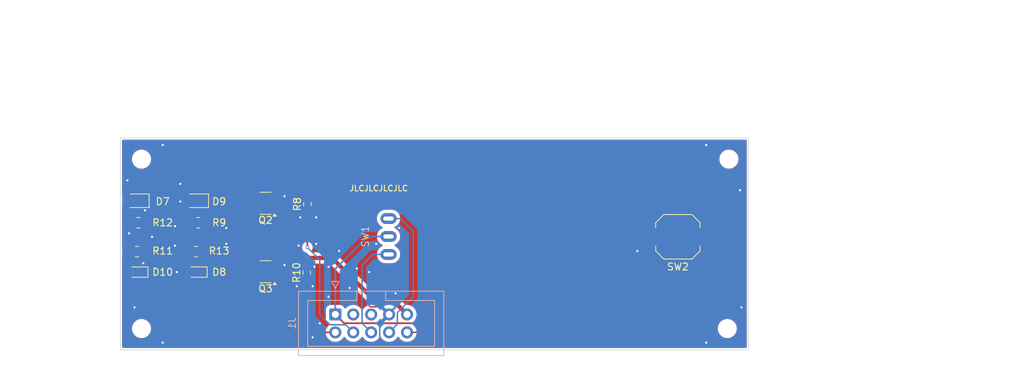
<source format=kicad_pcb>
(kicad_pcb
	(version 20240108)
	(generator "pcbnew")
	(generator_version "8.0")
	(general
		(thickness 1.6)
		(legacy_teardrops no)
	)
	(paper "A4")
	(layers
		(0 "F.Cu" signal)
		(31 "B.Cu" signal)
		(34 "B.Paste" user)
		(35 "F.Paste" user)
		(36 "B.SilkS" user "B.Silkscreen")
		(37 "F.SilkS" user "F.Silkscreen")
		(38 "B.Mask" user)
		(39 "F.Mask" user)
		(44 "Edge.Cuts" user)
		(45 "Margin" user)
		(46 "B.CrtYd" user "B.Courtyard")
		(47 "F.CrtYd" user "F.Courtyard")
		(48 "B.Fab" user)
		(49 "F.Fab" user)
	)
	(setup
		(stackup
			(layer "F.SilkS"
				(type "Top Silk Screen")
				(color "White")
			)
			(layer "F.Paste"
				(type "Top Solder Paste")
			)
			(layer "F.Mask"
				(type "Top Solder Mask")
				(color "Black")
				(thickness 0.01)
			)
			(layer "F.Cu"
				(type "copper")
				(thickness 0.035)
			)
			(layer "dielectric 1"
				(type "core")
				(thickness 1.51)
				(material "FR4")
				(epsilon_r 4.5)
				(loss_tangent 0.02)
			)
			(layer "B.Cu"
				(type "copper")
				(thickness 0.035)
			)
			(layer "B.Mask"
				(type "Bottom Solder Mask")
				(color "Black")
				(thickness 0.01)
			)
			(layer "B.Paste"
				(type "Bottom Solder Paste")
			)
			(layer "B.SilkS"
				(type "Bottom Silk Screen")
				(color "White")
			)
			(copper_finish "None")
			(dielectric_constraints yes)
		)
		(pad_to_mask_clearance 0)
		(allow_soldermask_bridges_in_footprints no)
		(pcbplotparams
			(layerselection 0x00010fc_ffffffff)
			(plot_on_all_layers_selection 0x0000000_00000000)
			(disableapertmacros no)
			(usegerberextensions no)
			(usegerberattributes yes)
			(usegerberadvancedattributes yes)
			(creategerberjobfile yes)
			(dashed_line_dash_ratio 12.000000)
			(dashed_line_gap_ratio 3.000000)
			(svgprecision 4)
			(plotframeref no)
			(viasonmask no)
			(mode 1)
			(useauxorigin no)
			(hpglpennumber 1)
			(hpglpenspeed 20)
			(hpglpendiameter 15.000000)
			(pdf_front_fp_property_popups yes)
			(pdf_back_fp_property_popups yes)
			(dxfpolygonmode yes)
			(dxfimperialunits yes)
			(dxfusepcbnewfont yes)
			(psnegative no)
			(psa4output no)
			(plotreference yes)
			(plotvalue yes)
			(plotfptext yes)
			(plotinvisibletext no)
			(sketchpadsonfab no)
			(subtractmaskfromsilk no)
			(outputformat 1)
			(mirror no)
			(drillshape 0)
			(scaleselection 1)
			(outputdirectory "manufacturing/")
		)
	)
	(net 0 "")
	(net 1 "Net-(D8-A)")
	(net 2 "Net-(D9-A)")
	(net 3 "Net-(D7-K)")
	(net 4 "Net-(D7-A)")
	(net 5 "Net-(D10-A)")
	(net 6 "Net-(D10-K)")
	(net 7 "+3V3")
	(net 8 "/Open")
	(net 9 "unconnected-(J1-Pin_3-Pad3)")
	(net 10 "/Fault")
	(net 11 "/PWM_1")
	(net 12 "/Unlock")
	(net 13 "GND")
	(net 14 "/Lock")
	(net 15 "VBUS")
	(net 16 "/Video")
	(footprint "Package_TO_SOT_SMD:SOT-23-3" (layer "F.Cu") (at 117.5625 122.95 180))
	(footprint "Resistor_SMD:R_0805_2012Metric" (layer "F.Cu") (at 107.75 120.1 180))
	(footprint "MountingHole:MountingHole_2.2mm_M2" (layer "F.Cu") (at 183.225 107))
	(footprint "Resistor_SMD:R_0603_1608Metric" (layer "F.Cu") (at 123.5 113.375 90))
	(footprint "NiasStuff:SW_SPDT_YUEN-FUNG_ST-0-103-A01-T000-RS" (layer "F.Cu") (at 135 117.96 90))
	(footprint "Resistor_SMD:R_0603_1608Metric" (layer "F.Cu") (at 123.4 123.075 90))
	(footprint "Resistor_SMD:R_0805_2012Metric" (layer "F.Cu") (at 99.55 116 180))
	(footprint "MountingHole:MountingHole_2.2mm_M2" (layer "F.Cu") (at 100 107))
	(footprint "LED_SMD:LED_0805_2012Metric" (layer "F.Cu") (at 107.8125 112.9 180))
	(footprint "Resistor_SMD:R_0805_2012Metric" (layer "F.Cu") (at 108.05 116 180))
	(footprint "MountingHole:MountingHole_2.2mm_M2" (layer "F.Cu") (at 183 131))
	(footprint "LED_SMD:LED_0603_1608Metric" (layer "F.Cu") (at 107.8125 123 180))
	(footprint "Package_TO_SOT_SMD:SOT-23-3" (layer "F.Cu") (at 117.5625 113.25 180))
	(footprint "LED_SMD:LED_0603_1608Metric" (layer "F.Cu") (at 99.4125 123 180))
	(footprint "LED_SMD:LED_0805_2012Metric" (layer "F.Cu") (at 99.4 112.9 180))
	(footprint "Resistor_SMD:R_0805_2012Metric" (layer "F.Cu") (at 99.35 120.1 180))
	(footprint "Button_Switch_SMD:SW_Push_1TS009xxxx-xxxx-xxxx_6x6x5mm" (layer "F.Cu") (at 176 118 180))
	(footprint "MountingHole:MountingHole_2.2mm_M2" (layer "F.Cu") (at 100 131))
	(footprint "Connector_IDC:IDC-Header_2x05_P2.54mm_Vertical" (layer "B.Cu") (at 127.46 129 -90))
	(gr_line
		(start 186 104)
		(end 97 104)
		(stroke
			(width 0.1)
			(type default)
		)
		(layer "Edge.Cuts")
		(uuid "7a9866a1-3228-490b-89f0-29093fdc781f")
	)
	(gr_line
		(start 97 134)
		(end 186 134)
		(stroke
			(width 0.1)
			(type default)
		)
		(layer "Edge.Cuts")
		(uuid "9c54061d-b9db-4889-8a37-0f704138ae69")
	)
	(gr_line
		(start 97 104)
		(end 97 134)
		(stroke
			(width 0.1)
			(type default)
		)
		(layer "Edge.Cuts")
		(uuid "ba37840a-a9e0-4563-8e1c-6a28be96d871")
	)
	(gr_line
		(start 186 134)
		(end 186 104)
		(stroke
			(width 0.1)
			(type default)
		)
		(layer "Edge.Cuts")
		(uuid "bff93b9d-361e-4dc7-ab31-a2b74374b39c")
	)
	(gr_line
		(start 94.5 127.3)
		(end 94.5 118.2)
		(locked yes)
		(stroke
			(width 0.1)
			(type default)
		)
		(layer "F.Fab")
		(uuid "01f473ab-ae33-4893-a05b-0b6e912e51f3")
	)
	(gr_line
		(start 112.8 127.3)
		(end 94.5 127.3)
		(locked yes)
		(stroke
			(width 0.1)
			(type default)
		)
		(layer "F.Fab")
		(uuid "10ec0bed-7d0f-456f-8e05-181ac4def540")
	)
	(gr_line
		(start 112.8 117.6)
		(end 112.8 108.4)
		(locked yes)
		(stroke
			(width 0.1)
			(type default)
		)
		(layer "F.Fab")
		(uuid "11fb41da-818f-490a-b175-aac96680193b")
	)
	(gr_line
		(start 80 84.5)
		(end 80 140)
		(stroke
			(width 0.1)
			(type default)
		)
		(layer "F.Fab")
		(uuid "52e32d62-ae8b-4a27-97cf-81a36c237b9d")
	)
	(gr_line
		(start 112.8 108.4)
		(end 94.5 108.4)
		(locked yes)
		(stroke
			(width 0.1)
			(type default)
		)
		(layer "F.Fab")
		(uuid "6fd1228f-7804-4e32-82eb-e1718a5e9268")
	)
	(gr_line
		(start 94.5 118.2)
		(end 112.8 118.2)
		(locked yes)
		(stroke
			(width 0.1)
			(type default)
		)
		(layer "F.Fab")
		(uuid "7971d004-98b5-4778-8e8b-99aae17d396a")
	)
	(gr_line
		(start 225 84.5)
		(end 80 84.5)
		(stroke
			(width 0.1)
			(type default)
		)
		(layer "F.Fab")
		(uuid "7abcf492-68fd-4a40-a66e-0e895ac81b1f")
	)
	(gr_line
		(start 225 140)
		(end 225 84.5)
		(stroke
			(width 0.1)
			(type default)
		)
		(layer "F.Fab")
		(uuid "8b9c7c6b-a001-40d2-a2af-0c149095ab09")
	)
	(gr_line
		(start 112.8 118.2)
		(end 112.8 127.3)
		(locked yes)
		(stroke
			(width 0.1)
			(type default)
		)
		(layer "F.Fab")
		(uuid "a1cc6437-ecfb-4631-b570-5c77a03e57b4")
	)
	(gr_line
		(start 94.5 117.6)
		(end 112.8 117.6)
		(locked yes)
		(stroke
			(width 0.1)
			(type default)
		)
		(layer "F.Fab")
		(uuid "ddc49f83-9eb3-43fc-8af3-233b0d259f60")
	)
	(gr_line
		(start 80 140)
		(end 225 140)
		(stroke
			(width 0.1)
			(type default)
		)
		(layer "F.Fab")
		(uuid "fc2c2adb-d59b-4217-9e53-8981410a0807")
	)
	(gr_line
		(start 94.5 108.4)
		(end 94.5 117.6)
		(locked yes)
		(stroke
			(width 0.1)
			(type default)
		)
		(layer "F.Fab")
		(uuid "fe59d503-9d30-4109-9085-3c85fbc4820a")
	)
	(gr_text "JLCJLCJLCJLC"
		(at 129.4 111.6 0)
		(layer "F.SilkS")
		(uuid "9bcce69a-692e-4f6a-9803-bed61d3d8d7a")
		(effects
			(font
				(size 0.8 0.8)
				(thickness 0.15)
			)
			(justify left bottom)
		)
	)
	(segment
		(start 107.025 122.025)
		(end 106.8 121.8)
		(width 0.6)
		(layer "F.Cu")
		(net 1)
		(uuid "54d51afb-13fa-4b6e-998c-480e3d309cf6")
	)
	(segment
		(start 107.025 123)
		(end 107.025 122.025)
		(width 0.6)
		(layer "F.Cu")
		(net 1)
		(uuid "ab0fb58e-d4db-41e2-98f4-20f9cdc7b67f")
	)
	(segment
		(start 106.8 121.8)
		(end 106.8 120.1)
		(width 0.6)
		(layer "F.Cu")
		(net 1)
		(uuid "f488ea4f-2d8e-41c7-b418-771956deff9c")
	)
	(segment
		(start 107.1 112.975)
		(end 107.025 112.9)
		(width 0.6)
		(layer "F.Cu")
		(net 2)
		(uuid "8c54c2df-a811-4bda-bed9-a7396058977d")
	)
	(segment
		(start 107.1 114.85)
		(end 106.875 114.625)
		(width 0.6)
		(layer "F.Cu")
		(net 2)
		(uuid "a69c7b4c-4301-4d22-b258-3d7cb950a23f")
	)
	(segment
		(start 107.1 116)
		(end 107.1 114.85)
		(width 0.6)
		(layer "F.Cu")
		(net 2)
		(uuid "d5f878d3-d924-4104-8c1e-20796adba624")
	)
	(segment
		(start 106.875 114.625)
		(end 106.875 112.9)
		(width 0.6)
		(layer "F.Cu")
		(net 2)
		(uuid "f48be27f-16f4-4a7f-a13d-bebb598e6e4b")
	)
	(segment
		(start 111.65 112.9)
		(end 108.6 112.9)
		(width 0.6)
		(layer "F.Cu")
		(net 3)
		(uuid "15d5c3eb-5fc2-4e15-8602-99055dbed3ce")
	)
	(segment
		(start 108.5 111.5)
		(end 108.75 111.75)
		(width 0.6)
		(layer "F.Cu")
		(net 3)
		(uuid "4acf8517-9418-427e-a7a5-a1c88d92d3e3")
	)
	(segment
		(start 100.75 111.5)
		(end 108.5 111.5)
		(width 0.6)
		(layer "F.Cu")
		(net 3)
		(uuid "728dff94-74dd-41cf-a14e-4fd42d39025b")
	)
	(segment
		(start 100.3375 112.9)
		(end 100.3375 111.9125)
		(width 0.6)
		(layer "F.Cu")
		(net 3)
		(uuid "7a4792fd-ce87-4832-ad80-49d270329a36")
	)
	(segment
		(start 112 113.25)
		(end 111.65 112.9)
		(width 0.6)
		(layer "F.Cu")
		(net 3)
		(uuid "7f9212bb-d860-414a-a7a4-d56cf0096bea")
	)
	(segment
		(start 108.75 111.75)
		(end 108.75 112.9)
		(width 0.6)
		(layer "F.Cu")
		(net 3)
		(uuid "c20e5496-418b-42cd-92b5-f4ee2c0701f0")
	)
	(segment
		(start 116.425 113.25)
		(end 112 113.25)
		(width 0.6)
		(layer "F.Cu")
		(net 3)
		(uuid "cd5bf8d0-11d1-490f-9cb3-a5e7b4f82472")
	)
	(segment
		(start 100.3375 111.9125)
		(end 100.75 111.5)
		(width 0.6)
		(layer "F.Cu")
		(net 3)
		(uuid "e783b2fe-8afb-4788-8556-720a1e8f5099")
	)
	(segment
		(start 98.4625 114.7125)
		(end 98.4625 112.9)
		(width 0.6)
		(layer "F.Cu")
		(net 4)
		(uuid "13a5485a-6539-428d-806b-ea13810bd4ec")
	)
	(segment
		(start 98.6 114.85)
		(end 98.4625 114.7125)
		(width 0.6)
		(layer "F.Cu")
		(net 4)
		(uuid "5136c3ca-a7da-452a-bad3-1a013c85a837")
	)
	(segment
		(start 98.6 112.9125)
		(end 98.6125 112.9)
		(width 0.6)
		(layer "F.Cu")
		(net 4)
		(uuid "5b828790-9c81-4af7-86d2-4c3565edf14d")
	)
	(segment
		(start 98.6 116)
		(end 98.6 114.85)
		(width 0.6)
		(layer "F.Cu")
		(net 4)
		(uuid "82e9099b-aa85-4a9b-a08d-7274cba11b16")
	)
	(segment
		(start 98.625 121.875)
		(end 98.4 121.65)
		(width 0.6)
		(layer "F.Cu")
		(net 5)
		(uuid "0652d381-bed5-4808-b811-b6f4670a91a2")
	)
	(segment
		(start 98.625 123)
		(end 98.625 121.875)
		(width 0.6)
		(layer "F.Cu")
		(net 5)
		(uuid "4f733506-bc02-4e48-ba38-3099d2c5f036")
	)
	(segment
		(start 98.4 121.65)
		(end 98.4 120.1)
		(width 0.6)
		(layer "F.Cu")
		(net 5)
		(uuid "96f2de27-a666-42a1-a061-ffc7ae8275d9")
	)
	(segment
		(start 108 124.25)
		(end 100.75 124.25)
		(width 0.6)
		(layer "F.Cu")
		(net 6)
		(uuid "061d4227-841b-4ee8-8028-c3a8fa6b0183")
	)
	(segment
		(start 100.2 123.7)
		(end 100.2 123)
		(width 0.6)
		(layer "F.Cu")
		(net 6)
		(uuid "1a003e4b-51b4-403d-8cc9-7a7187c0d823")
	)
	(segment
		(start 108.6 123.65)
		(end 108 124.25)
		(width 0.6)
		(layer "F.Cu")
		(net 6)
		(uuid "33f82c39-b53c-4204-be2c-78ce56c77386")
	)
	(segment
		(start 116.425 122.95)
		(end 108.65 122.95)
		(width 0.6)
		(layer "F.Cu")
		(net 6)
		(uuid "516de3fa-23b7-4a17-8cdb-23413d5f508e")
	)
	(segment
		(start 108.6 123)
		(end 108.6 123.65)
		(width 0.6)
		(layer "F.Cu")
		(net 6)
		(uuid "669bf05a-e7d4-486c-9350-d977a9f27a87")
	)
	(segment
		(start 100.75 124.25)
		(end 100.2 123.7)
		(width 0.6)
		(layer "F.Cu")
		(net 6)
		(uuid "9029083e-8894-4f27-9ce6-cce6d9b9ba9d")
	)
	(segment
		(start 108.65 122.95)
		(end 108.6 123)
		(width 0.6)
		(layer "F.Cu")
		(net 6)
		(uuid "ca2aee9a-1a9c-4cf5-acd7-6db91228f083")
	)
	(segment
		(start 128.71 130.25)
		(end 127.46 129)
		(width 0.25)
		(layer "F.Cu")
		(net 7)
		(uuid "3f4135a6-537f-4e6f-bcb3-5cb79a6283f3")
	)
	(segment
		(start 173 122)
		(end 164.75 130.25)
		(width 0.25)
		(layer "F.Cu")
		(net 7)
		(uuid "4aea0fca-dd3a-4c6d-a5c0-1cf5b4dc91b9")
	)
	(segment
		(start 164.75 130.25)
		(end 128.71 130.25)
		(width 0.25)
		(layer "F.Cu")
		(net 7)
		(uuid "531b0b2b-3cb3-4b31-b003-d7d5d09e90eb")
	)
	(segment
		(start 173 118)
		(end 173 122)
		(width 0.25)
		(layer "F.Cu")
		(net 7)
		(uuid "bb3363a8-9a05-4879-85e3-14667789f84d")
	)
	(segment
		(start 127.46 129)
		(end 127.46 122.54)
		(width 0.25)
		(layer "B.Cu")
		(net 7)
		(uuid "8fac3468-e376-4742-8554-1072fd3103d9")
	)
	(segment
		(start 127.46 122.54)
		(end 132.04 117.96)
		(width 0.25)
		(layer "B.Cu")
		(net 7)
		(uuid "b9dc9103-a9a8-4166-98b9-45afad94a418")
	)
	(segment
		(start 132.04 117.96)
		(end 135 117.96)
		(width 0.25)
		(layer "B.Cu")
		(net 7)
		(uuid "edf601da-22e8-400a-a8e5-3a1c33c865cb")
	)
	(segment
		(start 123.5 119.5)
		(end 123.5 114.2)
		(width 0.25)
		(layer "F.Cu")
		(net 8)
		(uuid "c612ce0d-e727-4bf2-97fb-0fa6680ff89c")
	)
	(segment
		(start 123.5 114.2)
		(end 118.7 114.2)
		(width 0.25)
		(layer "F.Cu")
		(net 8)
		(uuid "f7326d73-d2b3-459f-a2a8-2f4af2601d35")
	)
	(via
		(at 123.5 119.5)
		(size 0.5)
		(drill 0.3)
		(layers "F.Cu" "B.Cu")
		(net 8)
		(uuid "93a93fe9-bce7-4ab1-b206-c3355e633cf6")
	)
	(segment
		(start 126.713 130.463)
		(end 128.923 130.463)
		(width 0.2)
		(layer "B.Cu")
		(net 8)
		(uuid "0ff55158-1945-4e96-9aff-0dd038953d9b")
	)
	(segment
		(start 125.25 121.25)
		(end 125.25 129)
		(width 0.2)
		(layer "B.Cu")
		(net 8)
		(uuid "144f8476-ab73-41c9-aedc-a38656e6bf38")
	)
	(segment
		(start 128.923 130.463)
		(end 130 131.54)
		(width 0.2)
		(layer "B.Cu")
		(net 8)
		(uuid "b5db4c53-fc18-44c8-9655-53d65d0b45e2")
	)
	(segment
		(start 123.5 119.5)
		(end 125.25 121.25)
		(width 0.2)
		(layer "B.Cu")
		(net 8)
		(uuid "c8590dab-4f86-4ed7-b952-6bfcdb4152bb")
	)
	(segment
		(start 125.25 129)
		(end 126.713 130.463)
		(width 0.2)
		(layer "B.Cu")
		(net 8)
		(uuid "e2dd1105-4bb2-4e18-b3cc-318006f9e6ad")
	)
	(segment
		(start 125.04 131.54)
		(end 123.4 129.9)
		(width 0.25)
		(layer "F.Cu")
		(net 10)
		(uuid "3500a81b-e414-4ed4-b3af-bda6a6bba304")
	)
	(segment
		(start 123.4 123.9)
		(end 118.7 123.9)
		(width 0.25)
		(layer "F.Cu")
		(net 10)
		(uuid "3983cbb3-c1e3-481a-a044-42a05c5b2095")
	)
	(segment
		(start 127.46 131.54)
		(end 125.04 131.54)
		(width 0.25)
		(layer "F.Cu")
		(net 10)
		(uuid "6fef34db-09e0-448a-b729-486ab29c0866")
	)
	(segment
		(start 123.4 129.9)
		(end 123.4 123.9)
		(width 0.25)
		(layer "F.Cu")
		(net 10)
		(uuid "76dd7baf-758b-4ddb-aa86-bf6ac86e02ff")
	)
	(segment
		(start 131.25 122)
		(end 131.25 130.25)
		(width 0.2)
		(layer "B.Cu")
		(net 12)
		(uuid "4ec81029-e542-4247-97c1-ae74d78e9b65")
	)
	(segment
		(start 131.25 130.25)
		(end 132.54 131.54)
		(width 0.2)
		(layer "B.Cu")
		(net 12)
		(uuid "703cb4fc-ee5c-4e15-aadd-17ded8237f42")
	)
	(segment
		(start 135 120.5)
		(end 132.75 120.5)
		(width 0.2)
		(layer "B.Cu")
		(net 12)
		(uuid "aadc92cf-4bdf-4b82-aaad-60ce819648e0")
	)
	(segment
		(start 132.75 120.5)
		(end 131.25 122)
		(width 0.2)
		(layer "B.Cu")
		(net 12)
		(uuid "acbcdfb6-5817-42bc-9776-c95ef874ddd9")
	)
	(segment
		(start 134.003 127.923)
		(end 132.423 127.923)
		(width 0.2)
		(layer "F.Cu")
		(net 13)
		(uuid "85fb0d65-c4a5-462e-b69b-79998d5e8508")
	)
	(segment
		(start 135.08 129)
		(end 134.003 127.923)
		(width 0.2)
		(layer "F.Cu")
		(net 13)
		(uuid "c1557758-f467-4d85-b806-245b3bfb7c11")
	)
	(segment
		(start 132.423 127.923)
		(end 132 127.5)
		(width 0.2)
		(layer "F.Cu")
		(net 13)
		(uuid "e7746ef0-b698-40ba-aa99-57808eaed6d8")
	)
	(via
		(at 120.25 122)
		(size 0.5)
		(drill 0.3)
		(layers "F.Cu" "B.Cu")
		(free yes)
		(net 13)
		(uuid "012af38f-eac8-4b06-8b3f-575600d3c6cb")
	)
	(via
		(at 112 119)
		(size 0.5)
		(drill 0.3)
		(layers "F.Cu" "B.Cu")
		(free yes)
		(net 13)
		(uuid "070fc44b-3652-4de9-abc8-d2672ef4f657")
	)
	(via
		(at 100.25 121.75)
		(size 0.5)
		(drill 0.3)
		(layers "F.Cu" "B.Cu")
		(free yes)
		(net 13)
		(uuid "20bb90ca-f86b-4f99-b388-1278fec0b635")
	)
	(via
		(at 103 133)
		(size 0.5)
		(drill 0.3)
		(layers "F.Cu" "B.Cu")
		(free yes)
		(net 13)
		(uuid "32730bd7-64d2-4504-9143-f54932180642")
	)
	(via
		(at 170.25 120)
		(size 0.5)
		(drill 0.3)
		(layers "F.Cu" "B.Cu")
		(free yes)
		(net 13)
		(uuid "34983657-e975-4310-9dd6-f10c68b2bcdb")
	)
	(via
		(at 122.5 115.25)
		(size 0.5)
		(drill 0.3)
		(layers "F.Cu" "B.Cu")
		(free yes)
		(net 13)
		(uuid "380e6ad5-a41b-4e35-bd2a-ec9eb293a566")
	)
	(via
		(at 124.25 125)
		(size 0.5)
		(drill 0.3)
		(layers "F.Cu" "B.Cu")
		(free yes)
		(net 13)
		(uuid "3d022262-bde6-4cc0-8543-70ea9869a1cc")
	)
	(via
		(at 180 133)
		(size 0.5)
		(drill 0.3)
		(layers "F.Cu" "B.Cu")
		(free yes)
		(net 13)
		(uuid "3eae38a5-2f8d-4a4d-8453-291319ec09b2")
	)
	(via
		(at 98.25 117.5)
		(size 0.5)
		(drill 0.3)
		(layers "F.Cu" "B.Cu")
		(free yes)
		(net 13)
		(uuid "49147d0e-072b-4ead-b96b-d5cab12160f8")
	)
	(via
		(at 105 123)
		(size 0.5)
		(drill 0.3)
		(layers "F.Cu" "B.Cu")
		(free yes)
		(net 13)
		(uuid "57481e91-8c10-4470-aa6e-ecb3b532c3e4")
	)
	(via
		(at 105.5 110.5)
		(size 0.5)
		(drill 0.3)
		(layers "F.Cu" "B.Cu")
		(free yes)
		(net 13)
		(uuid "5c10749b-b67f-4808-ab11-5077228a3660")
	)
	(via
		(at 122.25 119.25)
		(size 0.5)
		(drill 0.3)
		(layers "F.Cu" "B.Cu")
		(free yes)
		(net 13)
		(uuid "617a52f4-7e83-4dfb-a4a5-733e363a4cd1")
	)
	(via
		(at 103 105)
		(size 0.5)
		(drill 0.3)
		(layers "F.Cu" "B.Cu")
		(free yes)
		(net 13)
		(uuid "673a3999-d5f7-4913-a95e-90f269d60329")
	)
	(via
		(at 180 105)
		(size 0.5)
		(drill 0.3)
		(layers "F.Cu" "B.Cu")
		(free yes)
		(net 13)
		(uuid "68ab4ba5-dd82-4c05-ae01-82647daf30b1")
	)
	(via
		(at 112 116.75)
		(size 0.5)
		(drill 0.3)
		(layers "F.Cu" "B.Cu")
		(free yes)
		(net 13)
		(uuid "6a0afda9-b094-4f9c-bd10-d2a78f7db28b")
	)
	(via
		(at 136.5 116.75)
		(size 0.5)
		(drill 0.3)
		(layers "F.Cu" "B.Cu")
		(free yes)
		(net 13)
		(uuid "6a2bbc58-5214-463b-ac8c-3792dc2a019f")
	)
	(via
		(at 125.25 130.25)
		(size 0.5)
		(drill 0.3)
		(layers "F.Cu" "B.Cu")
		(free yes)
		(net 13)
		(uuid "7e9d763c-f2fa-4e54-b4c8-fe1efde868e6")
	)
	(via
		(at 132.25 123)
		(size 0.5)
		(drill 0.3)
		(layers "F.Cu" "B.Cu")
		(free yes)
		(net 13)
		(uuid "85956bb6-da12-4459-95fd-ce4dff29bfa8")
	)
	(via
		(at 104.75 116.5)
		(size 0.5)
		(drill 0.3)
		(layers "F.Cu" "B.Cu")
		(free yes)
		(net 13)
		(uuid "95cb5151-bcc8-4960-b9c8-3de79803748c")
	)
	(via
		(at 100.5 114.25)
		(size 0.5)
		(drill 0.3)
		(layers "F.Cu" "B.Cu")
		(free yes)
		(net 13)
		(uuid "9d4e8cec-96b7-4f5e-81e5-1996281b1a63")
	)
	(via
		(at 105.5 113)
		(size 0.5)
		(drill 0.3)
		(layers "F.Cu" "B.Cu")
		(free yes)
		(net 13)
		(uuid "9e0a15ef-bda7-4cb0-9a3e-32d8aa99a85b")
	)
	(via
		(at 101.5 118)
		(size 0.5)
		(drill 0.3)
		(layers "F.Cu" "B.Cu")
		(free yes)
		(net 13)
		(uuid "9ed04203-5979-476f-b1b8-faf8c60432ad")
	)
	(via
		(at 185 128)
		(size 0.5)
		(drill 0.3)
		(layers "F.Cu" "B.Cu")
		(free yes)
		(net 13)
		(uuid "a5c7fa3e-e0d5-411e-99a6-6008f979d389")
	)
	(via
		(at 126.5 126.5)
		(size 0.5)
		(drill 0.3)
		(layers "F.Cu" "B.Cu")
		(free yes)
		(net 13)
		(uuid "aeefd01c-33a5-430e-b2a6-7da72396116d")
	)
	(via
		(at 120.25 112.25)
		(size 0.5)
		(drill 0.3)
		(layers "F.Cu" "B.Cu")
		(free yes)
		(net 13)
		(uuid "af95f3e8-f37e-4ac1-9c81-c3a069f1ae1d")
	)
	(via
		(at 124.5 122.25)
		(size 0.5)
		(drill 0.3)
		(layers "F.Cu" "B.Cu")
		(free yes)
		(net 13)
		(uuid "b266b905-f401-4642-bf54-210e86691067")
	)
	(via
		(at 136 126)
		(size 0.5)
		(drill 0.3)
		(layers "F.Cu" "B.Cu")
		(free yes)
		(net 13)
		(uuid "b38e6655-118d-4b51-84c7-69cea1c6c7af")
	)
	(via
		(at 129.5 125.25)
		(size 0.5)
		(drill 0.3)
		(layers "F.Cu" "B.Cu")
		(free yes)
		(net 13)
		(uuid "b4947fe0-11be-473a-b7f7-e2fb7ce0886b")
	)
	(via
		(at 104.75 119.25)
		(size 0.5)
		(drill 0.3)
		(layers "F.Cu" "B.Cu")
		(free yes)
		(net 13)
		(uuid "b838bf38-7058-49cc-bfcb-aa3bd3653c4c")
	)
	(via
		(at 126.5 122.25)
		(size 0.5)
		(drill 0.3)
		(layers "F.Cu" "B.Cu")
		(free yes)
		(net 13)
		(uuid "bc55c013-0ba4-4a0f-a677-e4b047e79ec3")
	)
	(via
		(at 133.25 119)
		(size 0.5)
		(drill 0.3)
		(layers "F.Cu" "B.Cu")
		(free yes)
		(net 13)
		(uuid "c3a32836-7c17-4344-955e-9fe42de31c86")
	)
	(via
		(at 124.25 132.25)
		(size 0.5)
		(drill 0.3)
		(layers "F.Cu" "B.Cu")
		(free yes)
		(net 13)
		(uuid "d02fab80-7c08-4f2e-9930-90560ec95847")
	)
	(via
		(at 99 128)
		(size 0.5)
		(drill 0.3)
		(layers "F.Cu" "B.Cu")
		(free yes)
		(net 13)
		(uuid "d32fe9bc-5392-4d00-a956-1f476c53a50d")
	)
	(via
		(at 128 120)
		(size 0.5)
		(drill 0.3)
		(layers "F.Cu" "B.Cu")
		(free yes)
		(net 13)
		(uuid "d86fa749-9f1f-4751-9b92-3cab713aa920")
	)
	(via
		(at 124.75 119)
		(size 0.5)
		(drill 0.3)
		(layers "F.Cu" "B.Cu")
		(free yes)
		(net 13)
		(uuid "dd12c5fa-7946-473a-99e7-0a178c2baf4d")
	)
	(via
		(at 122 125)
		(size 0.5)
		(drill 0.3)
		(layers "F.Cu" "B.Cu")
		(free yes)
		(net 13)
		(uuid "e6a6e89b-93d2-4bfc-8c7e-c251ad706a30")
	)
	(via
		(at 98 110)
		(size 0.5)
		(drill 0.3)
		(layers "F.Cu" "B.Cu")
		(free yes)
		(net 13)
		(uuid "e9fb1a45-5d36-418f-b593-af5702f466a7")
	)
	(via
		(at 124.75 115.25)
		(size 0.5)
		(drill 0.3)
		(layers "F.Cu" "B.Cu")
		(free yes)
		(net 13)
		(uuid "ee5ca7ae-7440-4928-bf24-c235c18dc531")
	)
	(via
		(at 130.5 122.5)
		(size 0.5)
		(drill 0.3)
		(layers "F.Cu" "B.Cu")
		(free yes)
		(net 13)
		(uuid "ef975703-a337-4a73-ad66-f9d36da5fb1f")
	)
	(via
		(at 184.8 111.4)
		(size 0.5)
		(drill 0.3)
		(layers "F.Cu" "B.Cu")
		(free yes)
		(net 13)
		(uuid "fa4676c1-2115-4800-b7a0-9e6b70b37b46")
	)
	(segment
		(start 133.75 130.33)
		(end 133.75 133)
		(width 0.2)
		(layer "B.Cu")
		(net 13)
		(uuid "2a36f616-b2a6-4390-bf61-319af9ccfb4b")
	)
	(segment
		(start 135.08 129)
		(end 133.75 130.33)
		(width 0.2)
		(layer "B.Cu")
		(net 13)
		(uuid "307d47b1-d007-498b-97ae-ee0c7861e3e2")
	)
	(segment
		(start 138.5 117.25)
		(end 138.5 126.5)
		(width 0.2)
		(layer "B.Cu")
		(net 14)
		(uuid "0cf9991b-12e2-4482-a22b-dec13cc8f8b1")
	)
	(segment
		(start 136.67 115.42)
		(end 138.5 117.25)
		(width 0.2)
		(layer "B.Cu")
		(net 14)
		(uuid "14a23752-3ee4-4378-9eeb-d808863e3ccf")
	)
	(segment
		(start 138.5 126.5)
		(end 136.25 128.75)
		(width 0.2)
		(layer "B.Cu")
		(net 14)
		(uuid "4194295c-64c0-4d9b-828f-cfb24f5b3abb")
	)
	(segment
		(start 136.25 130.37)
		(end 135.08 131.54)
		(width 0.2)
		(layer "B.Cu")
		(net 14)
		(uuid "53128306-76d1-4e87-b7f7-c1fc6a74365b")
	)
	(segment
		(start 136.25 128.75)
		(end 136.25 130.37)
		(width 0.2)
		(layer "B.Cu")
		(net 14)
		(uuid "7a5e8bc6-d70d-42ed-88f7-909f841fbfbf")
	)
	(segment
		(start 135 115.42)
		(end 136.67 115.42)
		(width 0.2)
		(layer "B.Cu")
		(net 14)
		(uuid "ec639433-fc26-4eff-82fe-1522d02b5f77")
	)
	(segment
		(start 103.25 117.75)
		(end 103.25 117)
		(width 0.6)
		(layer "F.Cu")
		(net 15)
		(uuid "258be5ce-d72f-44a8-94e3-8b2b4246ee5d")
	)
	(segment
		(start 119 117.75)
		(end 122.25 121)
		(width 0.6)
		(layer "F.Cu")
		(net 15)
		(uuid "329b0235-aae8-4558-816c-2b09a1e18209")
	)
	(segment
		(start 103.25 117)
		(end 102.25 116)
		(width 0.6)
		(layer "F.Cu")
		(net 15)
		(uuid "36c00e3a-0186-4d37-9f45-a081d4b4e156")
	)
	(segment
		(start 100.3 120.1)
		(end 101.9 120.1)
		(width 0.6)
		(layer "F.Cu")
		(net 15)
		(uuid "37a05b1f-e011-4015-a09c-cb228b570464")
	)
	(segment
		(start 127 121)
		(end 133.25 127.25)
		(width 0.6)
		(layer "F.Cu")
		(net 15)
		(uuid "4abc7aa6-e01a-4aa6-8fd5-c1b324a1bec3")
	)
	(segment
		(start 133.25 127.25)
		(end 135.87 127.25)
		(width 0.6)
		(layer "F.Cu")
		(net 15)
		(uuid "737ee060-2140-4af1-835e-117ac752c3d2")
	)
	(segment
		(start 122.25 121)
		(end 127 121)
		(width 0.6)
		(layer "F.Cu")
		(net 15)
		(uuid "78165d2a-b25f-432d-910b-4c08fd3fe206")
	)
	(segment
		(start 108.75 117.75)
		(end 109 117.75)
		(width 0.6)
		(layer "F.Cu")
		(net 15)
		(uuid "799ac55a-9edf-4051-8091-3ca616b82a6a")
	)
	(segment
		(start 109 117.75)
		(end 119 117.75)
		(width 0.6)
		(layer "F.Cu")
		(net 15)
		(uuid "83fb400a-9dcc-49b7-bb81-3d08ff8850f6")
	)
	(segment
		(start 103.25 118.75)
		(end 103.25 117.75)
		(width 0.6)
		(layer "F.Cu")
		(net 15)
		(uuid "9329afa2-9d79-4cdb-ac70-184e0283df71")
	)
	(segment
		(start 108.7 120.1)
		(end 108.7 117.8)
		(width 0.6)
		(layer "F.Cu")
		(net 15)
		(uuid "97d3ef82-5983-4f3f-80dd-c8a35e580310")
	)
	(segment
		(start 135.87 127.25)
		(end 137.62 129)
		(width 0.6)
		(layer "F.Cu")
		(net 15)
		(uuid "af0b6f74-347d-44e2-b8df-d49674771d96")
	)
	(segment
		(start 102.25 116)
		(end 100.5 116)
		(width 0.6)
		(layer "F.Cu")
		(net 15)
		(uuid "c788be2c-dc0f-4654-b5e8-40fa18b45977")
	)
	(segment
		(start 108.7 117.8)
		(end 108.75 117.75)
		(width 0.6)
		(layer "F.Cu")
		(net 15)
		(uuid "c7b8bf5c-3bdf-49f9-a689-db1be8cff23a")
	)
	(segment
		(start 109 116)
		(end 109 117.75)
		(width 0.6)
		(layer "F.Cu")
		(net 15)
		(uuid "ca24411f-a750-4b0d-b163-d71bd2ea823c")
	)
	(segment
		(start 101.9 120.1)
		(end 103.25 118.75)
		(width 0.6)
		(layer "F.Cu")
		(net 15)
		(uuid "e6d02548-ce33-4f2b-bf7e-0b939768334b")
	)
	(segment
		(start 103.25 117.75)
		(end 108.75 117.75)
		(width 0.6)
		(layer "F.Cu")
		(net 15)
		(uuid "f60fc926-11a5-459d-9b4b-adabd38bdbca")
	)
	(segment
		(start 179 118)
		(end 179 121)
		(width 0.25)
		(layer "F.Cu")
		(net 16)
		(uuid "16daf2ba-4b90-4de4-b923-1541657f27e3")
	)
	(segment
		(start 168.46 131.54)
		(end 160.96 131.54)
		(width 0.25)
		(layer "F.Cu")
		(net 16)
		(uuid "6613a614-49f4-4b10-96ce-39ffc14ad980")
	)
	(segment
		(start 179 121)
		(end 168.46 131.54)
		(width 0.25)
		(layer "F.Cu")
		(net 16)
		(uuid "69c30be4-3d04-4a86-b4b7-fcf2d643abf8")
	)
	(segment
		(start 160.96 131.54)
		(end 137.62 131.54)
		(width 0.2)
		(layer "F.Cu")
		(net 16)
		(uuid "eec5f27b-a0a9-48d0-983d-efd90c88d5d0")
	)
	(zone
		(net 13)
		(net_name "GND")
		(layers "F&B.Cu")
		(uuid "6237236d-5378-4c5f-987a-0f343825845f")
		(hatch edge 0.5)
		(connect_pads
			(clearance 0.5)
		)
		(min_thickness 0.25)
		(filled_areas_thickness no)
		(fill yes
			(thermal_gap 0.5)
			(thermal_bridge_width 0.5)
		)
		(polygon
			(pts
				(xy 97 134) (xy 186 134) (xy 186 104) (xy 97 104)
			)
		)
		(filled_polygon
			(layer "F.Cu")
			(pts
				(xy 185.688539 104.274185) (xy 185.734294 104.326989) (xy 185.7455 104.3785) (xy 185.7455 133.6215)
				(xy 185.725815 133.688539) (xy 185.673011 133.734294) (xy 185.6215 133.7455) (xy 97.3785 133.7455)
				(xy 97.311461 133.725815) (xy 97.265706 133.673011) (xy 97.2545 133.6215) (xy 97.2545 130.893399)
				(xy 98.6455 130.893399) (xy 98.6455 131.1066) (xy 98.678853 131.31718) (xy 98.678853 131.317183)
				(xy 98.744734 131.519944) (xy 98.744736 131.519947) (xy 98.841528 131.709913) (xy 98.966846 131.882397)
				(xy 99.117603 132.033154) (xy 99.290087 132.158472) (xy 99.480053 132.255264) (xy 99.480055 132.255265)
				(xy 99.669182 132.316715) (xy 99.682821 132.321147) (xy 99.893399 132.3545) (xy 99.8934 132.3545)
				(xy 100.1066 132.3545) (xy 100.106601 132.3545) (xy 100.317179 132.321147) (xy 100.317182 132.321146)
				(xy 100.317183 132.321146) (xy 100.519944 132.255265) (xy 100.519944 132.255264) (xy 100.519947 132.255264)
				(xy 100.709913 132.158472) (xy 100.882397 132.033154) (xy 101.033154 131.882397) (xy 101.158472 131.709913)
				(xy 101.255264 131.519947) (xy 101.321147 131.317179) (xy 101.3545 131.106601) (xy 101.3545 130.893399)
				(xy 101.321147 130.682821) (xy 101.321146 130.682817) (xy 101.321146 130.682816) (xy 101.255265 130.480055)
				(xy 101.255263 130.480052) (xy 101.209481 130.390198) (xy 101.158472 130.290087) (xy 101.033154 130.117603)
				(xy 100.882397 129.966846) (xy 100.709913 129.841528) (xy 100.519947 129.744736) (xy 100.519944 129.744734)
				(xy 100.317181 129.678853) (xy 100.176793 129.656617) (xy 100.106601 129.6455) (xy 99.893399 129.6455)
				(xy 99.823206 129.656617) (xy 99.682819 129.678853) (xy 99.682816 129.678853) (xy 99.480055 129.744734)
				(xy 99.480052 129.744736) (xy 99.290086 129.841528) (xy 99.117601 129.966847) (xy 98.966847 130.117601)
				(xy 98.841528 130.290086) (xy 98.744736 130.480052) (xy 98.744734 130.480055) (xy 98.678853 130.682816)
				(xy 98.678853 130.682819) (xy 98.6455 130.893399) (xy 97.2545 130.893399) (xy 97.2545 120.923231)
				(xy 97.274185 120.856192) (xy 97.326989 120.810437) (xy 97.396147 120.800493) (xy 97.459703 120.829518)
				(xy 97.485521 120.863725) (xy 97.486395 120.863187) (xy 97.490185 120.869331) (xy 97.490186 120.869334)
				(xy 97.581039 121.016631) (xy 97.5995 121.081727) (xy 97.5995 121.728846) (xy 97.630261 121.883489)
				(xy 97.630264 121.883501) (xy 97.690602 122.029172) (xy 97.690609 122.029185) (xy 97.77821 122.160288)
				(xy 97.778212 122.160291) (xy 97.788178 122.170256) (xy 97.821665 122.231578) (xy 97.8245 122.25794)
				(xy 97.8245 122.281683) (xy 97.806039 122.346779) (xy 97.749954 122.437706) (xy 97.74995 122.437715)
				(xy 97.729311 122.5) (xy 97.697064 122.597315) (xy 97.697064 122.597316) (xy 97.697063 122.597316)
				(xy 97.687 122.695818) (xy 97.687 123.304181) (xy 97.697063 123.402683) (xy 97.74995 123.562284)
				(xy 97.749955 123.562295) (xy 97.838216 123.705387) (xy 97.838219 123.705391) (xy 97.957108 123.82428)
				(xy 97.957112 123.824283) (xy 98.100204 123.912544) (xy 98.100207 123.912545) (xy 98.100213 123.912549)
				(xy 98.259815 123.965436) (xy 98.358326 123.9755) (xy 98.358331 123.9755) (xy 98.891669 123.9755)
				(xy 98.891674 123.9755) (xy 98.990185 123.965436) (xy 99.149787 123.912549) (xy 99.244005 123.854434)
				(xy 99.311394 123.835994) (xy 99.378058 123.856916) (xy 99.422828 123.910557) (xy 99.428205 123.927752)
				(xy 99.428494 123.927665) (xy 99.430264 123.933501) (xy 99.490602 124.079172) (xy 99.490609 124.079185)
				(xy 99.57821 124.210288) (xy 99.578213 124.210292) (xy 100.128211 124.760289) (xy 100.239711 124.871789)
				(xy 100.370821 124.959394) (xy 100.473833 125.002062) (xy 100.516502 125.019737) (xy 100.671152 125.050499)
				(xy 100.671155 125.0505) (xy 100.671157 125.0505) (xy 108.078844 125.0505) (xy 108.078845 125.050499)
				(xy 108.233497 125.019737) (xy 108.379179 124.959394) (xy 108.510289 124.871789) (xy 109.221789 124.160289)
				(xy 109.251586 124.115694) (xy 109.309394 124.029179) (xy 109.369737 123.883497) (xy 109.369739 123.883489)
				(xy 109.376339 123.850309) (xy 109.408724 123.788398) (xy 109.469439 123.753824) (xy 109.497956 123.7505)
				(xy 117.003186 123.7505) (xy 117.003194 123.7505) (xy 117.040069 123.747598) (xy 117.040071 123.747597)
				(xy 117.040073 123.747597) (xy 117.142306 123.717895) (xy 117.197898 123.701744) (xy 117.339365 123.618081)
				(xy 117.339364 123.618081) (xy 117.34608 123.61411) (xy 117.347155 123.615928) (xy 117.402032 123.594381)
				(xy 117.47055 123.608059) (xy 117.520796 123.656609) (xy 117.537 123.717895) (xy 117.537 124.115694)
				(xy 117.537634 124.123762) (xy 117.539901 124.152567) (xy 117.539902 124.152573) (xy 117.585754 124.310393)
				(xy 117.585755 124.310396) (xy 117.669417 124.451862) (xy 117.669423 124.45187) (xy 117.785629 124.568076)
				(xy 117.785633 124.568079) (xy 117.785635 124.568081) (xy 117.927102 124.651744) (xy 117.939934 124.655472)
				(xy 118.084926 124.697597) (xy 118.084929 124.697597) (xy 118.084931 124.697598) (xy 118.121806 124.7005)
				(xy 118.121814 124.7005) (xy 119.278186 124.7005) (xy 119.278194 124.7005) (xy 119.315069 124.697598)
				(xy 119.315071 124.697597) (xy 119.315073 124.697597) (xy 119.356691 124.685505) (xy 119.472898 124.651744)
				(xy 119.614365 124.568081) (xy 119.61437 124.568076) (xy 119.620628 124.561819) (xy 119.681951 124.528334)
				(xy 119.708309 124.5255) (xy 122.50848 124.5255) (xy 122.575519 124.545185) (xy 122.596161 124.561819)
				(xy 122.689811 124.655469) (xy 122.689813 124.65547) (xy 122.689815 124.655472) (xy 122.71465 124.670485)
				(xy 122.761837 124.72201) (xy 122.7745 124.776601) (xy 122.7745 129.961611) (xy 122.798535 130.082444)
				(xy 122.79854 130.082461) (xy 122.845685 130.196281) (xy 122.845687 130.196285) (xy 122.851469 130.204937)
				(xy 122.851472 130.204942) (xy 122.914141 130.298732) (xy 122.914144 130.298736) (xy 123.005586 130.390178)
				(xy 123.005608 130.390198) (xy 124.551016 131.935606) (xy 124.551045 131.935637) (xy 124.641263 132.025855)
				(xy 124.641267 132.025858) (xy 124.743707 132.094307) (xy 124.743711 132.094309) (xy 124.743714 132.094311)
				(xy 124.857548 132.141463) (xy 124.917971 132.153481) (xy 124.978393 132.1655) (xy 124.978394 132.1655)
				(xy 126.184773 132.1655) (xy 126.251812 132.185185) (xy 126.286348 132.218377) (xy 126.4215 132.411395)
				(xy 126.421505 132.411401) (xy 126.588599 132.578495) (xy 126.685384 132.646265) (xy 126.782165 132.714032)
				(xy 126.782167 132.714033) (xy 126.78217 132.714035) (xy 126.996337 132.813903) (xy 127.224592 132.875063)
				(xy 127.412918 132.891539) (xy 127.459999 132.895659) (xy 127.46 132.895659) (xy 127.460001 132.895659)
				(xy 127.499234 132.892226) (xy 127.695408 132.875063) (xy 127.923663 132.813903) (xy 128.13783 132.714035)
				(xy 128.331401 132.578495) (xy 128.498495 132.411401) (xy 128.628425 132.225842) (xy 128.683002 132.182217)
				(xy 128.7525 132.175023) (xy 128.814855 132.206546) (xy 128.831575 132.225842) (xy 128.9615 132.411395)
				(xy 128.961505 132.411401) (xy 129.128599 132.578495) (xy 129.225384 132.646265) (xy 129.322165 132.714032)
				(xy 129.322167 132.714033) (xy 129.32217 132.714035) (xy 129.536337 132.813903) (xy 129.764592 132.875063)
				(xy 129.952918 132.891539) (xy 129.999999 132.895659) (xy 130 132.895659) (xy 130.000001 132.895659)
				(xy 130.039234 132.892226) (xy 130.235408 132.875063) (xy 130.463663 132.813903) (xy 130.67783 132.714035)
				(xy 130.871401 132.578495) (xy 131.038495 132.411401) (xy 131.168425 132.225842) (xy 131.223002 132.182217)
				(xy 131.2925 132.175023) (xy 131.354855 132.206546) (xy 131.371575 132.225842) (xy 131.5015 132.411395)
				(xy 131.501505 132.411401) (xy 131.668599 132.578495) (xy 131.765384 132.646265) (xy 131.862165 132.714032)
				(xy 131.862167 132.714033) (xy 131.86217 132.714035) (xy 132.076337 132.813903) (xy 132.304592 132.875063)
				(xy 132.492918 132.891539) (xy 132.539999 132.895659) (xy 132.54 132.895659) (xy 132.540001 132.895659)
				(xy 132.579234 132.892226) (xy 132.775408 132.875063) (xy 133.003663 132.813903) (xy 133.21783 132.714035)
				(xy 133.411401 132.578495) (xy 133.578495 132.411401) (xy 133.708425 132.225842) (xy 133.763002 132.182217)
				(xy 133.8325 132.175023) (xy 133.894855 132.206546) (xy 133.911575 132.225842) (xy 134.0415 132.411395)
				(xy 134.041505 132.411401) (xy 134.208599 132.578495) (xy 134.305384 132.646265) (xy 134.402165 132.714032)
				(xy 134.402167 132.714033) (xy 134.40217 132.714035) (xy 134.616337 132.813903) (xy 134.844592 132.875063)
				(xy 135.032918 132.891539) (xy 135.079999 132.895659) (xy 135.08 132.895659) (xy 135.080001 132.895659)
				(xy 135.119234 132.892226) (xy 135.315408 132.875063) (xy 135.543663 132.813903) (xy 135.75783 132.714035)
				(xy 135.951401 132.578495) (xy 136.118495 132.411401) (xy 136.248425 132.225842) (xy 136.303002 132.182217)
				(xy 136.3725 132.175023) (xy 136.434855 132.206546) (xy 136.451575 132.225842) (xy 136.5815 132.411395)
				(xy 136.581505 132.411401) (xy 136.748599 132.578495) (xy 136.845384 132.646265) (xy 136.942165 132.714032)
				(xy 136.942167 132.714033) (xy 136.94217 132.714035) (xy 137.156337 132.813903) (xy 137.384592 132.875063)
				(xy 137.572918 132.891539) (xy 137.619999 132.895659) (xy 137.62 132.895659) (xy 137.620001 132.895659)
				(xy 137.659234 132.892226) (xy 137.855408 132.875063) (xy 138.083663 132.813903) (xy 138.29783 132.714035)
				(xy 138.491401 132.578495) (xy 138.658495 132.411401) (xy 138.794035 132.21783) (xy 138.796707 132.212097)
				(xy 138.842878 132.159658) (xy 138.909091 132.1405) (xy 160.760495 132.1405) (xy 160.784686 132.142883)
				(xy 160.898389 132.165499) (xy 160.898393 132.1655) (xy 160.898394 132.1655) (xy 168.521607 132.1655)
				(xy 168.582029 132.153481) (xy 168.642452 132.141463) (xy 168.642455 132.141461) (xy 168.642458 132.141461)
				(xy 168.675787 132.127654) (xy 168.675786 132.127654) (xy 168.675792 132.127652) (xy 168.756286 132.094312)
				(xy 168.807509 132.060084) (xy 168.858733 132.025858) (xy 168.945858 131.938733) (xy 168.945859 131.938731)
				(xy 168.952925 131.931665) (xy 168.952928 131.931661) (xy 169.99119 130.893399) (xy 181.6455 130.893399)
				(xy 181.6455 131.1066) (xy 181.678853 131.31718) (xy 181.678853 131.317183) (xy 181.744734 131.519944)
				(xy 181.744736 131.519947) (xy 181.841528 131.709913) (xy 181.966846 131.882397) (xy 182.117603 132.033154)
				(xy 182.290087 132.158472) (xy 182.480053 132.255264) (xy 182.480055 132.255265) (xy 182.669182 132.316715)
				(xy 182.682821 132.321147) (xy 182.893399 132.3545) (xy 182.8934 132.3545) (xy 183.1066 132.3545)
				(xy 183.106601 132.3545) (xy 183.317179 132.321147) (xy 183.317182 132.321146) (xy 183.317183 132.321146)
				(xy 183.519944 132.255265) (xy 183.519944 132.255264) (xy 183.519947 132.255264) (xy 183.709913 132.158472)
				(xy 183.882397 132.033154) (xy 184.033154 131.882397) (xy 184.158472 131.709913) (xy 184.255264 131.519947)
				(xy 184.321147 131.317179) (xy 184.3545 131.106601) (xy 184.3545 130.893399) (xy 184.321147 130.682821)
				(xy 184.321146 130.682817) (xy 184.321146 130.682816) (xy 184.255265 130.480055) (xy 184.255263 130.480052)
				(xy 184.209481 130.390198) (xy 184.158472 130.290087) (xy 184.033154 130.117603) (xy 183.882397 129.966846)
				(xy 183.709913 129.841528) (xy 183.519947 129.744736) (xy 183.519944 129.744734) (xy 183.317181 129.678853)
				(xy 183.176793 129.656617) (xy 183.106601 129.6455) (xy 182.893399 129.6455) (xy 182.823206 129.656617)
				(xy 182.682819 129.678853) (xy 182.682816 129.678853) (xy 182.480055 129.744734) (xy 182.480052 129.744736)
				(xy 182.290086 129.841528) (xy 182.117601 129.966847) (xy 181.966847 130.117601) (xy 181.841528 130.290086)
				(xy 181.744736 130.480052) (xy 181.744734 130.480055) (xy 181.678853 130.682816) (xy 181.678853 130.682819)
				(xy 181.6455 130.893399) (xy 169.99119 130.893399) (xy 179.398729 121.48586) (xy 179.398733 121.485858)
				(xy 179.485858 121.398733) (xy 179.541402 121.315606) (xy 179.554312 121.296285) (xy 179.601463 121.182451)
				(xy 179.602307 121.178211) (xy 179.6255 121.061606) (xy 179.6255 119.598236) (xy 179.645185 119.531197)
				(xy 179.697989 119.485442) (xy 179.715375 119.479025) (xy 179.873049 119.433909) (xy 180.053407 119.339698)
				(xy 180.211109 119.211109) (xy 180.339698 119.053407) (xy 180.433909 118.873049) (xy 180.489886 118.677418)
				(xy 180.5005 118.558037) (xy 180.500499 117.441964) (xy 180.489886 117.322582) (xy 180.433909 117.126951)
				(xy 180.339698 116.946593) (xy 180.260685 116.849691) (xy 180.211109 116.78889) (xy 180.053409 116.660304)
				(xy 180.05341 116.660304) (xy 180.053407 116.660302) (xy 179.873049 116.566091) (xy 179.873048 116.56609)
				(xy 179.873045 116.566089) (xy 179.755829 116.53255) (xy 179.677418 116.510114) (xy 179.677415 116.510113)
				(xy 179.677413 116.510113) (xy 179.611102 116.504217) (xy 179.558037 116.4995) (xy 179.558032 116.4995)
				(xy 178.441971 116.4995) (xy 178.441965 116.4995) (xy 178.441964 116.499501) (xy 178.430316 116.500536)
				(xy 178.322584 116.510113) (xy 178.126954 116.566089) (xy 178.056683 116.602796) (xy 177.946593 116.660302)
				(xy 177.946591 116.660303) (xy 177.94659 116.660304) (xy 177.78889 116.78889) (xy 177.660304 116.94659)
				(xy 177.660302 116.946593) (xy 177.642714 116.980264) (xy 177.566089 117.126954) (xy 177.510114 117.322583)
				(xy 177.510113 117.322586) (xy 177.4995 117.441966) (xy 177.4995 118.558028) (xy 177.499501 118.558034)
				(xy 177.510113 118.677415) (xy 177.566089 118.873045) (xy 177.56609 118.873048) (xy 177.566091 118.873049)
				(xy 177.660302 119.053407) (xy 177.685939 119.084848) (xy 177.78889 119.211109) (xy 177.852752 119.263181)
				(xy 177.946593 119.339698) (xy 178.126951 119.433909) (xy 178.284614 119.479022) (xy 178.343649 119.516387)
				(xy 178.373113 119.57974) (xy 178.3745 119.598236) (xy 178.3745 120.689548) (xy 178.354815 120.756587)
				(xy 178.338181 120.777229) (xy 168.237229 130.878181) (xy 168.175906 130.911666) (xy 168.149548 130.9145)
				(xy 165.269454 130.9145) (xy 165.202415 130.894815) (xy 165.15666 130.842011) (xy 165.146716 130.772853)
				(xy 165.175741 130.709297) (xy 165.181772 130.702819) (xy 165.201775 130.682816) (xy 165.235858 130.648733)
				(xy 165.235858 130.648731) (xy 165.242925 130.641665) (xy 165.242928 130.641661) (xy 173.398729 122.48586)
				(xy 173.398733 122.485858) (xy 173.485858 122.398733) (xy 173.520572 122.346779) (xy 173.537254 122.321813)
				(xy 173.537256 122.32181) (xy 173.55431 122.296288) (xy 173.554311 122.296286) (xy 173.554312 122.296285)
				(xy 173.594401 122.1995) (xy 173.601463 122.182452) (xy 173.6255 122.061606) (xy 173.6255 119.598236)
				(xy 173.645185 119.531197) (xy 173.697989 119.485442) (xy 173.715375 119.479025) (xy 173.873049 119.433909)
				(xy 174.053407 119.339698) (xy 174.211109 119.211109) (xy 174.339698 119.053407) (xy 174.433909 118.873049)
				(xy 174.489886 118.677418) (xy 174.5005 118.558037) (xy 174.500499 117.441964) (xy 174.489886 117.322582)
				(xy 174.433909 117.126951) (xy 174.339698 116.946593) (xy 174.260685 116.849691) (xy 174.211109 116.78889)
				(xy 174.053409 116.660304) (xy 174.05341 116.660304) (xy 174.053407 116.660302) (xy 173.873049 116.566091)
				(xy 173.873048 116.56609) (xy 173.873045 116.566089) (xy 173.755829 116.53255) (xy 173.677418 116.510114)
				(xy 173.677415 116.510113) (xy 173.677413 116.510113) (xy 173.611102 116.504217) (xy 173.558037 116.4995)
				(xy 173.558032 116.4995) (xy 172.441971 116.4995) (xy 172.441965 116.4995) (xy 172.441964 116.499501)
				(xy 172.430316 116.500536) (xy 172.322584 116.510113) (xy 172.126954 116.566089) (xy 172.056683 116.602796)
				(xy 171.946593 116.660302) (xy 171.946591 116.660303) (xy 171.94659 116.660304) (xy 171.78889 116.78889)
				(xy 171.660304 116.94659) (xy 171.660302 116.946593) (xy 171.642714 116.980264) (xy 171.566089 117.126954)
				(xy 171.510114 117.322583) (xy 171.510113 117.322586) (xy 171.4995 117.441966) (xy 171.4995 118.558028)
				(xy 171.499501 118.558034) (xy 171.510113 118.677415) (xy 171.566089 118.873045) (xy 171.56609 118.873048)
				(xy 171.566091 118.873049) (xy 171.660302 119.053407) (xy 171.685939 119.084848) (xy 171.78889 119.211109)
				(xy 171.852752 119.263181) (xy 171.946593 119.339698) (xy 172.126951 119.433909) (xy 172.284614 119.479022)
				(xy 172.343649 119.516387) (xy 172.373113 119.57974) (xy 172.3745 119.598236) (xy 172.3745 121.689548)
				(xy 172.354815 121.756587) (xy 172.338181 121.777229) (xy 164.527229 129.588181) (xy 164.465906 129.621666)
				(xy 164.439548 129.6245) (xy 139.012407 129.6245) (xy 138.945368 129.604815) (xy 138.899613 129.552011)
				(xy 138.889669 129.482853) (xy 138.892632 129.468407) (xy 138.935878 129.307007) (xy 138.955063 129.235408)
				(xy 138.975659 129) (xy 138.955063 128.764592) (xy 138.893903 128.536337) (xy 138.794035 128.322171)
				(xy 138.788425 128.314158) (xy 138.658494 128.128597) (xy 138.491402 127.961506) (xy 138.491395 127.961501)
				(xy 138.297834 127.825967) (xy 138.29783 127.825965) (xy 138.257777 127.807288) (xy 138.083663 127.726097)
				(xy 138.083659 127.726096) (xy 138.083655 127.726094) (xy 137.855413 127.664938) (xy 137.855403 127.664936)
				(xy 137.620001 127.644341) (xy 137.619998 127.644341) (xy 137.472007 127.657288) (xy 137.403507 127.643521)
				(xy 137.373519 127.621441) (xy 136.380292 126.628213) (xy 136.380288 126.62821) (xy 136.249185 126.540609)
				(xy 136.249172 126.540602) (xy 136.103501 126.480264) (xy 136.103489 126.480261) (xy 135.948845 126.4495)
				(xy 135.948842 126.4495) (xy 133.63294 126.4495) (xy 133.565901 126.429815) (xy 133.545259 126.413181)
				(xy 127.510292 120.378213) (xy 127.510288 120.37821) (xy 127.379185 120.290609) (xy 127.379172 120.290602)
				(xy 127.233501 120.230264) (xy 127.233489 120.230261) (xy 127.078845 120.1995) (xy 127.078842 120.1995)
				(xy 124.161229 120.1995) (xy 124.09419 120.179815) (xy 124.048435 120.127011) (xy 124.038491 120.057853)
				(xy 124.067516 119.994297) (xy 124.073548 119.987819) (xy 124.090477 119.97089) (xy 124.090481 119.970884)
				(xy 124.180452 119.827697) (xy 124.180454 119.827694) (xy 124.180454 119.827692) (xy 124.180456 119.82769)
				(xy 124.236313 119.668059) (xy 124.236313 119.668058) (xy 124.236314 119.668056) (xy 124.255249 119.500002)
				(xy 124.255249 119.499997) (xy 124.236314 119.331943) (xy 124.216117 119.274223) (xy 124.180456 119.17231)
				(xy 124.146502 119.118272) (xy 124.144506 119.115095) (xy 124.1255 119.049123) (xy 124.1255 115.320639)
				(xy 133.3495 115.320639) (xy 133.3495 115.51936) (xy 133.380587 115.715637) (xy 133.441993 115.904629)
				(xy 133.441994 115.904632) (xy 133.532213 116.081694) (xy 133.649019 116.242464) (xy 133.789536 116.382981)
				(xy 133.950306 116.499787) (xy 134.068832 116.560179) (xy 134.10678 116.579515) (xy 134.157576 116.62749)
				(xy 134.174371 116.695311) (xy 134.151833 116.761446) (xy 134.10678 116.800485) (xy 133.950305 116.880213)
				(xy 133.789533 116.997021) (xy 133.649021 117.137533) (xy 133.532213 117.298305) (xy 133.441994 117.475367)
				(xy 133.441993 117.47537) (xy 133.380587 117.664362) (xy 133.3495 117.860639) (xy 133.3495 118.05936)
				(xy 133.380587 118.255637) (xy 133.441993 118.444629) (xy 133.441994 118.444632) (xy 133.514443 118.586819)
				(xy 133.532213 118.621694) (xy 133.649019 118.782464) (xy 133.789536 118.922981) (xy 133.950306 119.039787)
				(xy 134.038743 119.084848) (xy 134.10678 119.119515) (xy 134.157576 119.16749) (xy 134.174371 119.235311)
				(xy 134.151833 119.301446) (xy 134.10678 119.340485) (xy 133.950305 119.420213) (xy 133.789533 119.537021)
				(xy 133.649021 119.677533) (xy 133.532213 119.838305) (xy 133.441994 120.015367) (xy 133.441993 120.01537)
				(xy 133.380587 120.204362) (xy 133.366927 120.290609) (xy 133.3495 120.400639) (xy 133.3495 120.599361)
				(xy 133.349603 120.600009) (xy 133.380587 120.795637) (xy 133.441993 120.984629) (xy 133.441994 120.984632)
				(xy 133.52254 121.14271) (xy 133.532213 121.161694) (xy 133.649019 121.322464) (xy 133.789536 121.462981)
				(xy 133.950306 121.579787) (xy 134.032739 121.621789) (xy 134.127367 121.670005) (xy 134.12737 121.670006)
				(xy 134.221866 121.700709) (xy 134.316364 121.731413) (xy 134.512639 121.7625) (xy 134.51264 121.7625)
				(xy 135.48736 121.7625) (xy 135.487361 121.7625) (xy 135.683636 121.731413) (xy 135.872632 121.670005)
				(xy 136.049694 121.579787) (xy 136.210464 121.462981) (xy 136.350981 121.322464) (xy 136.467787 121.161694)
				(xy 136.558005 120.984632) (xy 136.619413 120.795636) (xy 136.6505 120.599361) (xy 136.6505 120.400639)
				(xy 136.619413 120.204364) (xy 136.558005 120.015368) (xy 136.558005 120.015367) (xy 136.467786 119.838305)
				(xy 136.460074 119.82769) (xy 136.350981 119.677536) (xy 136.210464 119.537019) (xy 136.049694 119.420213)
				(xy 135.893218 119.340484) (xy 135.842423 119.29251) (xy 135.825628 119.224689) (xy 135.848165 119.158554)
				(xy 135.893218 119.119515) (xy 136.049694 119.039787) (xy 136.210464 118.922981) (xy 136.350981 118.782464)
				(xy 136.467787 118.621694) (xy 136.558005 118.444632) (xy 136.619413 118.255636) (xy 136.6505 118.059361)
				(xy 136.6505 117.860639) (xy 136.619413 117.664364) (xy 136.558005 117.475368) (xy 136.558005 117.475367)
				(xy 136.480157 117.322584) (xy 136.467787 117.298306) (xy 136.350981 117.137536) (xy 136.210464 116.997019)
				(xy 136.049694 116.880213) (xy 135.893218 116.800484) (xy 135.842423 116.75251) (xy 135.825628 116.684689)
				(xy 135.848165 116.618554) (xy 135.893218 116.579515) (xy 136.049694 116.499787) (xy 136.210464 116.382981)
				(xy 136.350981 116.242464) (xy 136.467787 116.081694) (xy 136.558005 115.904632) (xy 136.619413 115.715636)
				(xy 136.6505 115.519361) (xy 136.6505 115.320639) (xy 136.619413 115.124364) (xy 136.588709 115.029866)
				(xy 136.558006 114.93537) (xy 136.558005 114.935367) (xy 136.512035 114.845149) (xy 136.467787 114.758306)
				(xy 136.350981 114.597536) (xy 136.210464 114.457019) (xy 136.049694 114.340213) (xy 136.02914 114.32974)
				(xy 135.872632 114.249994) (xy 135.872629 114.249993) (xy 135.683637 114.188587) (xy 135.585498 114.173043)
				(xy 135.487361 114.1575) (xy 134.512639 114.1575) (xy 134.447214 114.167862) (xy 134.316362 114.188587)
				(xy 134.12737 114.249993) (xy 134.127367 114.249994) (xy 133.950305 114.340213) (xy 133.789533 114.457021)
				(xy 133.649021 114.597533) (xy 133.532213 114.758305) (xy 133.441994 114.935367) (xy 133.441993 114.93537)
				(xy 133.380587 115.124362) (xy 133.3495 115.320639) (xy 124.1255 115.320639) (xy 124.1255 115.076601)
				(xy 124.145185 115.009562) (xy 124.185348 114.970485) (xy 124.210185 114.955472) (xy 124.330472 114.835185)
				(xy 124.418478 114.689606) (xy 124.469086 114.527196) (xy 124.4755 114.456616) (xy 124.4755 113.943384)
				(xy 124.469086 113.872804) (xy 124.418478 113.710394) (xy 124.330472 113.564815) (xy 124.33047 113.564813)
				(xy 124.330469 113.564811) (xy 124.227984 113.462326) (xy 124.194499 113.401003) (xy 124.199483 113.331311)
				(xy 124.227985 113.286963) (xy 124.330071 113.184878) (xy 124.330072 113.184877) (xy 124.418019 113.039395)
				(xy 124.46859 112.877106) (xy 124.475 112.806572) (xy 124.475 112.8) (xy 122.525001 112.8) (xy 122.525001 112.806582)
				(xy 122.531408 112.877102) (xy 122.531409 112.877107) (xy 122.581981 113.039396) (xy 122.669927 113.184877)
				(xy 122.772015 113.286965) (xy 122.8055 113.348288) (xy 122.800516 113.41798) (xy 122.772015 113.462327)
				(xy 122.696161 113.538181) (xy 122.634838 113.571666) (xy 122.60848 113.5745) (xy 119.708309 113.5745)
				(xy 119.64127 113.554815) (xy 119.620628 113.538181) (xy 119.61437 113.531923) (xy 119.614362 113.531917)
				(xy 119.472896 113.448255) (xy 119.472893 113.448254) (xy 119.315073 113.402402) (xy 119.315067 113.402401)
				(xy 119.278201 113.3995) (xy 119.278194 113.3995) (xy 118.121806 113.3995) (xy 118.121798 113.3995)
				(xy 118.084932 113.402401) (xy 118.084926 113.402402) (xy 117.927106 113.448254) (xy 117.927103 113.448255)
				(xy 117.77892 113.53589) (xy 117.777845 113.534073) (xy 117.722948 113.55562) (xy 117.654432 113.541931)
				(xy 117.604194 113.493373) (xy 117.588 113.432104) (xy 117.588 113.067257) (xy 117.607685 113.000218)
				(xy 117.660489 112.954463) (xy 117.729647 112.944519) (xy 117.778355 112.965188) (xy 117.779229 112.963712)
				(xy 117.927303 113.051282) (xy 117.927306 113.051283) (xy 118.085004 113.097099) (xy 118.08501 113.0971)
				(xy 118.12185 113.099999) (xy 118.121866 113.1) (xy 118.45 113.1) (xy 118.95 113.1) (xy 119.278134 113.1)
				(xy 119.278149 113.099999) (xy 119.314989 113.0971) (xy 119.314995 113.097099) (xy 119.472693 113.051283)
				(xy 119.472696 113.051282) (xy 119.614052 112.967685) (xy 119.614061 112.967678) (xy 119.730178 112.851561)
				(xy 119.730185 112.851552) (xy 119.813781 112.710198) (xy 119.8596 112.552486) (xy 119.859795 112.550001)
				(xy 119.859795 112.55) (xy 118.95 112.55) (xy 118.95 113.1) (xy 118.45 113.1) (xy 118.45 112.55)
				(xy 117.540204 112.55) (xy 117.51594 112.576248) (xy 117.455979 112.612114) (xy 117.386145 112.609869)
				(xy 117.346487 112.585468) (xy 117.345531 112.586702) (xy 117.339362 112.581917) (xy 117.197896 112.498255)
				(xy 117.197893 112.498254) (xy 117.040073 112.452402) (xy 117.040067 112.452401) (xy 117.003201 112.4495)
				(xy 117.003194 112.4495) (xy 116.503842 112.4495) (xy 112.38294 112.4495) (xy 112.315901 112.429815)
				(xy 112.295263 112.413185) (xy 112.175505 112.293427) (xy 122.525 112.293427) (xy 122.525 112.3)
				(xy 123.25 112.3) (xy 123.75 112.3) (xy 124.474999 112.3) (xy 124.474999 112.293417) (xy 124.468591 112.222897)
				(xy 124.46859 112.222892) (xy 124.418018 112.060603) (xy 124.330072 111.915122) (xy 124.209877 111.794927)
				(xy 124.064395 111.70698) (xy 124.064396 111.70698) (xy 123.902105 111.656409) (xy 123.902106 111.656409)
				(xy 123.831572 111.65) (xy 123.75 111.65) (xy 123.75 112.3) (xy 123.25 112.3) (xy 123.25 111.65)
				(xy 123.249999 111.649999) (xy 123.168417 111.65) (xy 123.097897 111.656408) (xy 123.097892 111.656409)
				(xy 122.935603 111.706981) (xy 122.790122 111.794927) (xy 122.669927 111.915122) (xy 122.58198 112.060604)
				(xy 122.531409 112.222893) (xy 122.525 112.293427) (xy 112.175505 112.293427) (xy 112.160289 112.278211)
				(xy 112.160288 112.27821) (xy 112.160287 112.278209) (xy 112.029185 112.190609) (xy 112.029172 112.190602)
				(xy 111.883501 112.130264) (xy 111.883489 112.130261) (xy 111.728845 112.0995) (xy 111.728842 112.0995)
				(xy 109.72506 112.0995) (xy 109.658021 112.079815) (xy 109.628751 112.049998) (xy 117.540204 112.049998)
				(xy 117.540205 112.05) (xy 118.45 112.05) (xy 118.95 112.05) (xy 119.859795 112.05) (xy 119.859795 112.049998)
				(xy 119.8596 112.047513) (xy 119.813781 111.889801) (xy 119.730185 111.748447) (xy 119.730178 111.748438)
				(xy 119.614061 111.632321) (xy 119.614052 111.632314) (xy 119.472696 111.548717) (xy 119.472693 111.548716)
				(xy 119.314995 111.5029) (xy 119.314989 111.502899) (xy 119.278149 111.5) (xy 118.95 111.5) (xy 118.95 112.05)
				(xy 118.45 112.05) (xy 118.45 111.5) (xy 118.12185 111.5) (xy 118.08501 111.502899) (xy 118.085004 111.5029)
				(xy 117.927306 111.548716) (xy 117.927303 111.548717) (xy 117.785947 111.632314) (xy 117.785938 111.632321)
				(xy 117.669821 111.748438) (xy 117.669814 111.748447) (xy 117.586218 111.889801) (xy 117.540399 112.047513)
				(xy 117.540204 112.049998) (xy 109.628751 112.049998) (xy 109.619522 112.040597) (xy 109.581529 111.979001)
				(xy 109.577233 111.973568) (xy 109.551093 111.908773) (xy 109.5505 111.896658) (xy 109.5505 111.671157)
				(xy 109.550499 111.671153) (xy 109.523083 111.533319) (xy 109.523083 111.533318) (xy 109.52141 111.524911)
				(xy 109.519737 111.516502) (xy 109.480244 111.421158) (xy 109.459394 111.370821) (xy 109.459393 111.370819)
				(xy 109.459392 111.370817) (xy 109.37179 111.239712) (xy 109.371789 111.239711) (xy 109.260289 111.128211)
				(xy 109.010292 110.878213) (xy 109.010288 110.87821) (xy 108.879185 110.790609) (xy 108.879172 110.790602)
				(xy 108.733501 110.730264) (xy 108.733489 110.730261) (xy 108.578845 110.6995) (xy 108.578842 110.6995)
				(xy 100.671158 110.6995) (xy 100.671155 110.6995) (xy 100.51651 110.730261) (xy 100.516498 110.730264)
				(xy 100.370827 110.790602) (xy 100.370814 110.790609) (xy 100.239711 110.87821) (xy 100.239707 110.878213)
				(xy 99.878211 111.239711) (xy 99.827211 111.290711) (xy 99.77146 111.346462) (xy 99.715709 111.402212)
				(xy 99.628109 111.533314) (xy 99.628102 111.533327) (xy 99.567764 111.678998) (xy 99.567761 111.67901)
				(xy 99.537 111.833653) (xy 99.537 111.896658) (xy 99.517315 111.963697) (xy 99.510267 111.973568)
				(xy 99.50597 111.979001) (xy 99.505538 111.979703) (xy 99.505115 111.980083) (xy 99.501494 111.984663)
				(xy 99.500711 111.984044) (xy 99.45359 112.026428) (xy 99.384628 112.037649) (xy 99.320546 112.009806)
				(xy 99.298657 111.984544) (xy 99.298507 111.984664) (xy 99.295859 111.981315) (xy 99.294462 111.979703)
				(xy 99.294028 111.979) (xy 99.294025 111.978996) (xy 99.171003 111.855974) (xy 99.170999 111.855971)
				(xy 99.022933 111.764642) (xy 99.022927 111.764639) (xy 99.022925 111.764638) (xy 98.974064 111.748447)
				(xy 98.857776 111.709913) (xy 98.755855 111.6995) (xy 98.755848 111.6995) (xy 98.169152 111.6995)
				(xy 98.169144 111.6995) (xy 98.067223 111.709913) (xy 97.902077 111.764637) (xy 97.902066 111.764642)
				(xy 97.754 111.855971) (xy 97.753996 111.855974) (xy 97.630974 111.978996) (xy 97.630971 111.979)
				(xy 97.539642 112.127066) (xy 97.539637 112.127077) (xy 97.496206 112.258144) (xy 97.456433 112.315589)
				(xy 97.391917 112.342412) (xy 97.323141 112.330097) (xy 97.271942 112.282554) (xy 97.2545 112.21914)
				(xy 97.2545 106.893399) (xy 98.6455 106.893399) (xy 98.6455 107.1066) (xy 98.678853 107.31718) (xy 98.678853 107.317183)
				(xy 98.744734 107.519944) (xy 98.744736 107.519947) (xy 98.841528 107.709913) (xy 98.966846 107.882397)
				(xy 99.117603 108.033154) (xy 99.290087 108.158472) (xy 99.480053 108.255264) (xy 99.480055 108.255265)
				(xy 99.669182 108.316715) (xy 99.682821 108.321147) (xy 99.893399 108.3545) (xy 99.8934 108.3545)
				(xy 100.1066 108.3545) (xy 100.106601 108.3545) (xy 100.317179 108.321147) (xy 100.317182 108.321146)
				(xy 100.317183 108.321146) (xy 100.519944 108.255265) (xy 100.519944 108.255264) (xy 100.519947 108.255264)
				(xy 100.709913 108.158472) (xy 100.882397 108.033154) (xy 101.033154 107.882397) (xy 101.158472 107.709913)
				(xy 101.255264 107.519947) (xy 101.321147 107.317179) (xy 101.3545 107.106601) (xy 101.3545 106.893399)
				(xy 181.8705 106.893399) (xy 181.8705 107.1066) (xy 181.903853 107.31718) (xy 181.903853 107.317183)
				(xy 181.969734 107.519944) (xy 181.969736 107.519947) (xy 182.066528 107.709913) (xy 182.191846 107.882397)
				(xy 182.342603 108.033154) (xy 182.515087 108.158472) (xy 182.705053 108.255264) (xy 182.705055 108.255265)
				(xy 182.894182 108.316715) (xy 182.907821 108.321147) (xy 183.118399 108.3545) (xy 183.1184 108.3545)
				(xy 183.3316 108.3545) (xy 183.331601 108.3545) (xy 183.542179 108.321147) (xy 183.542182 108.321146)
				(xy 183.542183 108.321146) (xy 183.744944 108.255265) (xy 183.744944 108.255264) (xy 183.744947 108.255264)
				(xy 183.934913 108.158472) (xy 184.107397 108.033154) (xy 184.258154 107.882397) (xy 184.383472 107.709913)
				(xy 184.480264 107.519947) (xy 184.546147 107.317179) (xy 184.5795 107.106601) (xy 184.5795 106.893399)
				(xy 184.546147 106.682821) (xy 184.546146 106.682817) (xy 184.546146 106.682816) (xy 184.480265 106.480055)
				(xy 184.480263 106.480052) (xy 184.383471 106.290086) (xy 184.258154 106.117603) (xy 184.107397 105.966846)
				(xy 183.934913 105.841528) (xy 183.744947 105.744736) (xy 183.744944 105.744734) (xy 183.542181 105.678853)
				(xy 183.401793 105.656617) (xy 183.331601 105.6455) (xy 183.118399 105.6455) (xy 183.048206 105.656617)
				(xy 182.907819 105.678853) (xy 182.907816 105.678853) (xy 182.705055 105.744734) (xy 182.705052 105.744736)
				(xy 182.515086 105.841528) (xy 182.342601 105.966847) (xy 182.191847 106.117601) (xy 182.066528 106.290086)
				(xy 181.969736 106.480052) (xy 181.969734 106.480055) (xy 181.903853 106.682816) (xy 181.903853 106.682819)
				(xy 181.8705 106.893399) (xy 101.3545 106.893399) (xy 101.321147 106.682821) (xy 101.321146 106.682817)
				(xy 101.321146 106.682816) (xy 101.255265 106.480055) (xy 101.255263 106.480052) (xy 101.158471 106.290086)
				(xy 101.033154 106.117603) (xy 100.882397 105.966846) (xy 100.709913 105.841528) (xy 100.519947 105.744736)
				(xy 100.519944 105.744734) (xy 100.317181 105.678853) (xy 100.176793 105.656617) (xy 100.106601 105.6455)
				(xy 99.893399 105.6455) (xy 99.823206 105.656617) (xy 99.682819 105.678853) (xy 99.682816 105.678853)
				(xy 99.480055 105.744734) (xy 99.480052 105.744736) (xy 99.290086 105.841528) (xy 99.117601 105.966847)
				(xy 98.966847 106.117601) (xy 98.841528 106.290086) (xy 98.744736 106.480052) (xy 98.744734 106.480055)
				(xy 98.678853 106.682816) (xy 98.678853 106.682819) (xy 98.6455 106.893399) (xy 97.2545 106.893399)
				(xy 97.2545 104.3785) (xy 97.274185 104.311461) (xy 97.326989 104.265706) (xy 97.3785 104.2545)
				(xy 185.6215 104.2545)
			)
		)
		(filled_polygon
			(layer "F.Cu")
			(pts
				(xy 118.684099 118.570185) (xy 118.704741 118.586819) (xy 121.628211 121.510289) (xy 121.68908 121.571158)
				(xy 121.739712 121.62179) (xy 121.870814 121.70939) (xy 121.870827 121.709397) (xy 121.999031 121.7625)
				(xy 122.016503 121.769737) (xy 122.171153 121.800499) (xy 122.171156 121.8005) (xy 122.171158 121.8005)
				(xy 122.306753 121.8005) (xy 122.373792 121.820185) (xy 122.419547 121.872989) (xy 122.430244 121.935722)
				(xy 122.425 121.993428) (xy 122.425 122) (xy 124.374999 122) (xy 124.374999 121.993417) (xy 124.369757 121.93572)
				(xy 124.383295 121.867174) (xy 124.431742 121.816829) (xy 124.493248 121.8005) (xy 126.61706 121.8005)
				(xy 126.684099 121.820185) (xy 126.704741 121.836819) (xy 132.332752 127.46483) (xy 132.366237 127.526153)
				(xy 132.361253 127.595845) (xy 132.319381 127.651778) (xy 132.277164 127.672286) (xy 132.076344 127.726094)
				(xy 132.076335 127.726098) (xy 131.862171 127.825964) (xy 131.862169 127.825965) (xy 131.668597 127.961505)
				(xy 131.501505 128.128597) (xy 131.371575 128.314158) (xy 131.316998 128.357783) (xy 131.2475 128.364977)
				(xy 131.185145 128.333454) (xy 131.168425 128.314158) (xy 131.038494 128.128597) (xy 130.871402 127.961506)
				(xy 130.871395 127.961501) (xy 130.677834 127.825967) (xy 130.67783 127.825965) (xy 130.637777 127.807288)
				(xy 130.463663 127.726097) (xy 130.463659 127.726096) (xy 130.463655 127.726094) (xy 130.235413 127.664938)
				(xy 130.235403 127.664936) (xy 130.000001 127.644341) (xy 129.999999 127.644341) (xy 129.764596 127.664936)
				(xy 129.764586 127.664938) (xy 129.536344 127.726094) (xy 129.536335 127.726098) (xy 129.322171 127.825964)
				(xy 129.322169 127.825965) (xy 129.128597 127.961505) (xy 128.961503 128.128599) (xy 128.960349 128.129975)
				(xy 128.959688 128.130414) (xy 128.957676 128.132427) (xy 128.957271 128.132022) (xy 128.902173 128.168671)
				(xy 128.832312 128.169772) (xy 128.772946 128.132928) (xy 128.747663 128.089265) (xy 128.744814 128.080666)
				(xy 128.652712 127.931344) (xy 128.528656 127.807288) (xy 128.435888 127.750069) (xy 128.379336 127.715187)
				(xy 128.379331 127.715185) (xy 128.377862 127.714698) (xy 128.212797 127.660001) (xy 128.212795 127.66)
				(xy 128.11001 127.6495) (xy 126.809998 127.6495) (xy 126.809981 127.649501) (xy 126.707203 127.66)
				(xy 126.7072 127.660001) (xy 126.540668 127.715185) (xy 126.540663 127.715187) (xy 126.391342 127.807289)
				(xy 126.267289 127.931342) (xy 126.175187 128.080663) (xy 126.175185 128.080668) (xy 126.158701 128.130414)
				(xy 126.120001 128.247203) (xy 126.120001 128.247204) (xy 126.12 128.247204) (xy 126.1095 128.349983)
				(xy 126.1095 129.650001) (xy 126.109501 129.650018) (xy 126.12 129.752796) (xy 126.120001 129.752799)
				(xy 126.175185 129.919331) (xy 126.175187 129.919336) (xy 126.204491 129.966846) (xy 126.267288 130.068656)
				(xy 126.391344 130.192712) (xy 126.540666 130.284814) (xy 126.549264 130.287663) (xy 126.606707 130.327433)
				(xy 126.633531 130.391948) (xy 126.621217 130.460724) (xy 126.592234 130.497483) (xy 126.592427 130.497676)
				(xy 126.590798 130.499304) (xy 126.589975 130.500349) (xy 126.588599 130.501503) (xy 126.421505 130.668597)
				(xy 126.286348 130.861623) (xy 126.231771 130.905248) (xy 126.184773 130.9145) (xy 125.350452 130.9145)
				(xy 125.283413 130.894815) (xy 125.262771 130.878181) (xy 124.061819 129.677229) (xy 124.028334 129.615906)
				(xy 124.0255 129.589548) (xy 124.0255 124.776601) (xy 124.045185 124.709562) (xy 124.085348 124.670485)
				(xy 124.110185 124.655472) (xy 124.230472 124.535185) (xy 124.318478 124.389606) (xy 124.369086 124.227196)
				(xy 124.3755 124.156616) (xy 124.3755 123.643384) (xy 124.369086 123.572804) (xy 124.318478 123.410394)
				(xy 124.230472 123.264815) (xy 124.23047 123.264813) (xy 124.230469 123.264811) (xy 124.127984 123.162326)
				(xy 124.094499 123.101003) (xy 124.099483 123.031311) (xy 124.127985 122.986963) (xy 124.230071 122.884878)
				(xy 124.230072 122.884877) (xy 124.318019 122.739395) (xy 124.36859 122.577106) (xy 124.375 122.506572)
				(xy 124.375 122.5) (xy 122.425001 122.5) (xy 122.425001 122.506582) (xy 122.431408 122.577102) (xy 122.431409 122.577107)
				(xy 122.481981 122.739396) (xy 122.569927 122.884877) (xy 122.672015 122.986965) (xy 122.7055 123.048288)
				(xy 122.700516 123.11798) (xy 122.672015 123.162327) (xy 122.596161 123.238181) (xy 122.534838 123.271666)
				(xy 122.50848 123.2745) (xy 119.708309 123.2745) (xy 119.64127 123.254815) (xy 119.620628 123.238181)
				(xy 119.61437 123.231923) (xy 119.614362 123.231917) (xy 119.472896 123.148255) (xy 119.472893 123.148254)
				(xy 119.315073 123.102402) (xy 119.315067 123.102401) (xy 119.278201 123.0995) (xy 119.278194 123.0995)
				(xy 118.121806 123.0995) (xy 118.121798 123.0995) (xy 118.084932 123.102401) (xy 118.084926 123.102402)
				(xy 117.927106 123.148254) (xy 117.927103 123.148255) (xy 117.77892 123.23589) (xy 117.777845 123.234073)
				(xy 117.722948 123.25562) (xy 117.654432 123.241931) (xy 117.604194 123.193373) (xy 117.588 123.132104)
				(xy 117.588 122.767257) (xy 117.607685 122.700218) (xy 117.660489 122.654463) (xy 117.729647 122.644519)
				(xy 117.778355 122.665188) (xy 117.779229 122.663712) (xy 117.927303 122.751282) (xy 117.927306 122.751283)
				(xy 118.085004 122.797099) (xy 118.08501 122.7971) (xy 118.12185 122.799999) (xy 118.121866 122.8)
				(xy 118.45 122.8) (xy 118.95 122.8) (xy 119.278134 122.8) (xy 119.278149 122.799999) (xy 119.314989 122.7971)
				(xy 119.314995 122.797099) (xy 119.472693 122.751283) (xy 119.472696 122.751282) (xy 119.614052 122.667685)
				(xy 119.614061 122.667678) (xy 119.730178 122.551561) (xy 119.730185 122.551552) (xy 119.813781 122.410198)
				(xy 119.8596 122.252486) (xy 119.859795 122.250001) (xy 119.859795 122.25) (xy 118.95 122.25) (xy 118.95 122.8)
				(xy 118.45 122.8) (xy 118.45 122.25) (xy 117.540204 122.25) (xy 117.51594 122.276248) (xy 117.455979 122.312114)
				(xy 117.386145 122.309869) (xy 117.346487 122.285468) (xy 117.345531 122.286702) (xy 117.339362 122.281917)
				(xy 117.197896 122.198255) (xy 117.197893 122.198254) (xy 117.040073 122.152402) (xy 117.040067 122.152401)
				(xy 117.003201 122.1495) (xy 117.003194 122.1495) (xy 116.503842 122.1495) (xy 109.260551 122.1495)
				(xy 109.195454 122.131039) (xy 109.124789 122.087452) (xy 109.124784 122.08745) (xy 109.123376 122.086983)
				(xy 108.965185 122.034564) (xy 108.965183 122.034563) (xy 108.866681 122.0245) (xy 108.866674 122.0245)
				(xy 108.333326 122.0245) (xy 108.333318 122.0245) (xy 108.234816 122.034563) (xy 108.234815 122.034564)
				(xy 108.155719 122.060773) (xy 108.075215 122.08745) (xy 108.075204 122.087455) (xy 108.014597 122.124839)
				(xy 107.947205 122.14328) (xy 107.880541 122.122358) (xy 107.835771 122.068716) (xy 107.8255 122.019301)
				(xy 107.8255 121.946155) (xy 107.825499 121.946153) (xy 107.81211 121.878842) (xy 107.794737 121.791503)
				(xy 107.785721 121.769737) (xy 107.777545 121.749998) (xy 117.540204 121.749998) (xy 117.540205 121.75)
				(xy 118.45 121.75) (xy 118.95 121.75) (xy 119.859795 121.75) (xy 119.859795 121.749998) (xy 119.8596 121.747513)
				(xy 119.813781 121.589801) (xy 119.730185 121.448447) (xy 119.730178 121.448438) (xy 119.614061 121.332321)
				(xy 119.614052 121.332314) (xy 119.472696 121.248717) (xy 119.472693 121.248716) (xy 119.314995 121.2029)
				(xy 119.314989 121.202899) (xy 119.278149 121.2) (xy 118.95 121.2) (xy 118.95 121.75) (xy 118.45 121.75)
				(xy 118.45 121.2) (xy 118.12185 121.2) (xy 118.08501 121.202899) (xy 118.085004 121.2029) (xy 117.927306 121.248716)
				(xy 117.927303 121.248717) (xy 117.785947 121.332314) (xy 117.785938 121.332321) (xy 117.669821 121.448438)
				(xy 117.669814 121.448447) (xy 117.586218 121.589801) (xy 117.540399 121.747513) (xy 117.540204 121.749998)
				(xy 107.777545 121.749998) (xy 107.734397 121.645827) (xy 107.73439 121.645814) (xy 107.646789 121.514711)
				(xy 107.646786 121.514707) (xy 107.636819 121.50474) (xy 107.603334 121.443417) (xy 107.6005 121.417059)
				(xy 107.6005 121.16223) (xy 107.620185 121.095191) (xy 107.636819 121.074549) (xy 107.662319 121.049049)
				(xy 107.723642 121.015564) (xy 107.793334 121.020548) (xy 107.837681 121.049049) (xy 107.931344 121.142712)
				(xy 108.080666 121.234814) (xy 108.247203 121.289999) (xy 108.349991 121.3005) (xy 108.975008 121.300499)
				(xy 108.975016 121.300498) (xy 108.975019 121.300498) (xy 109.031302 121.294748) (xy 109.077797 121.289999)
				(xy 109.244334 121.234814) (xy 109.393656 121.142712) (xy 109.517712 121.018656) (xy 109.609814 120.869334)
				(xy 109.664999 120.702797) (xy 109.6755 120.600009) (xy 109.675499 119.599992) (xy 109.669066 119.537021)
				(xy 109.664999 119.497203) (xy 109.664998 119.4972) (xy 109.658974 119.47902) (xy 109.609814 119.330666)
				(xy 109.588843 119.296666) (xy 109.518961 119.183368) (xy 109.5005 119.118272) (xy 109.5005 118.6745)
				(xy 109.520185 118.607461) (xy 109.572989 118.561706) (xy 109.6245 118.5505) (xy 118.61706 118.5505)
			)
		)
		(filled_polygon
			(layer "F.Cu")
			(pts
				(xy 107.842539 118.570185) (xy 107.888294 118.622989) (xy 107.8995 118.6745) (xy 107.8995 119.03777)
				(xy 107.879815 119.104809) (xy 107.863181 119.125451) (xy 107.837681 119.150951) (xy 107.776358 119.184436)
				(xy 107.706666 119.179452) (xy 107.662319 119.150951) (xy 107.568657 119.057289) (xy 107.568656 119.057288)
				(xy 107.419334 118.965186) (xy 107.252797 118.910001) (xy 107.252795 118.91) (xy 107.15001 118.8995)
				(xy 106.524998 118.8995) (xy 106.52498 118.899501) (xy 106.422203 118.91) (xy 106.4222 118.910001)
				(xy 106.255668 118.965185) (xy 106.255663 118.965187) (xy 106.106342 119.057289) (xy 105.982289 119.181342)
				(xy 105.890187 119.330663) (xy 105.890185 119.330668) (xy 105.888149 119.336813) (xy 105.835001 119.497203)
				(xy 105.835001 119.497204) (xy 105.835 119.497204) (xy 105.8245 119.599983) (xy 105.8245 120.600001)
				(xy 105.824501 120.600019) (xy 105.835 120.702796) (xy 105.835001 120.702799) (xy 105.890185 120.869331)
				(xy 105.890187 120.869336) (xy 105.890435 120.869738) (xy 105.981039 121.016631) (xy 105.9995 121.081727)
				(xy 105.9995 121.878846) (xy 106.030261 122.033489) (xy 106.030264 122.033501) (xy 106.090602 122.179172)
				(xy 106.090609 122.179185) (xy 106.160143 122.283249) (xy 106.181021 122.349926) (xy 106.162582 122.417233)
				(xy 106.149955 122.437705) (xy 106.14995 122.437715) (xy 106.129311 122.5) (xy 106.097064 122.597315)
				(xy 106.097064 122.597316) (xy 106.097063 122.597316) (xy 106.087 122.695818) (xy 106.087 123.304183)
				(xy 106.087891 123.312898) (xy 106.075121 123.381591) (xy 106.027241 123.432475) (xy 105.964533 123.4495)
				(xy 101.260467 123.4495) (xy 101.193428 123.429815) (xy 101.147673 123.377011) (xy 101.137109 123.312898)
				(xy 101.137999 123.304183) (xy 101.138 123.304168) (xy 101.138 122.695831) (xy 101.137999 122.695818)
				(xy 101.127936 122.597316) (xy 101.127936 122.597315) (xy 101.075049 122.437713) (xy 101.075044 122.437705)
				(xy 101.075044 122.437704) (xy 100.986783 122.294612) (xy 100.98678 122.294608) (xy 100.867891 122.175719)
				(xy 100.867887 122.175716) (xy 100.724795 122.087455) (xy 100.724789 122.087452) (xy 100.724787 122.087451)
				(xy 100.565185 122.034564) (xy 100.565183 122.034563) (xy 100.466681 122.0245) (xy 100.466674 122.0245)
				(xy 99.933326 122.0245) (xy 99.933318 122.0245) (xy 99.834816 122.034563) (xy 99.834815 122.034564)
				(xy 99.755719 122.060773) (xy 99.675215 122.08745) (xy 99.675204 122.087455) (xy 99.614597 122.124839)
				(xy 99.547205 122.14328) (xy 99.480541 122.122358) (xy 99.435771 122.068716) (xy 99.4255 122.019301)
				(xy 99.4255 121.796155) (xy 99.425499 121.796153) (xy 99.420245 121.769738) (xy 99.394737 121.641503)
				(xy 99.386571 121.621789) (xy 99.334397 121.495827) (xy 99.33439 121.495814) (xy 99.246789 121.364711)
				(xy 99.246786 121.364707) (xy 99.236819 121.35474) (xy 99.203334 121.293417) (xy 99.2005 121.267059)
				(xy 99.2005 121.16223) (xy 99.220185 121.095191) (xy 99.236819 121.074549) (xy 99.262319 121.049049)
				(xy 99.323642 121.015564) (xy 99.393334 121.020548) (xy 99.437681 121.049049) (xy 99.531344 121.142712)
				(xy 99.680666 121.234814) (xy 99.847203 121.289999) (xy 99.949991 121.3005) (xy 100.575008 121.300499)
				(xy 100.575016 121.300498) (xy 100.575019 121.300498) (xy 100.631302 121.294748) (xy 100.677797 121.289999)
				(xy 100.844334 121.234814) (xy 100.993656 121.142712) (xy 101.117712 121.018656) (xy 101.154259 120.959402)
				(xy 101.206207 120.912679) (xy 101.259798 120.9005) (xy 101.978844 120.9005) (xy 101.978845 120.900499)
				(xy 102.133497 120.869737) (xy 102.279179 120.809394) (xy 102.410289 120.721789) (xy 103.760286 119.37179)
				(xy 103.760289 119.371789) (xy 103.871789 119.260289) (xy 103.959394 119.129179) (xy 104.019737 118.983497)
				(xy 104.023379 118.965186) (xy 104.024268 118.960719) (xy 104.024268 118.960717) (xy 104.0505 118.828843)
				(xy 104.0505 118.6745) (xy 104.070185 118.607461) (xy 104.122989 118.561706) (xy 104.1745 118.5505)
				(xy 107.7755 118.5505)
			)
		)
		(filled_polygon
			(layer "F.Cu")
			(pts
				(xy 111.334099 113.720185) (xy 111.354736 113.736814) (xy 111.433254 113.815332) (xy 111.489712 113.87179)
				(xy 111.620814 113.95939) (xy 111.620818 113.959392) (xy 111.620821 113.959394) (xy 111.766503 114.019738)
				(xy 111.906563 114.047597) (xy 111.921153 114.050499) (xy 111.921157 114.0505) (xy 111.921158 114.0505)
				(xy 117.003186 114.0505) (xy 117.003194 114.0505) (xy 117.040069 114.047598) (xy 117.040071 114.047597)
				(xy 117.040073 114.047597) (xy 117.135959 114.019739) (xy 117.197898 114.001744) (xy 117.339365 113.918081)
				(xy 117.339364 113.918081) (xy 117.34608 113.91411) (xy 117.347155 113.915928) (xy 117.402032 113.894381)
				(xy 117.47055 113.908059) (xy 117.520796 113.956609) (xy 117.537 114.017895) (xy 117.537 114.415701)
				(xy 117.539901 114.452567) (xy 117.539902 114.452573) (xy 117.585754 114.610393) (xy 117.585755 114.610396)
				(xy 117.585756 114.610398) (xy 117.589369 114.616507) (xy 117.669417 114.751862) (xy 117.669423 114.75187)
				(xy 117.785629 114.868076) (xy 117.785633 114.868079) (xy 117.785635 114.868081) (xy 117.927102 114.951744)
				(xy 117.946188 114.957289) (xy 118.084926 114.997597) (xy 118.084929 114.997597) (xy 118.084931 114.997598)
				(xy 118.121806 115.0005) (xy 118.121814 115.0005) (xy 119.278186 115.0005) (xy 119.278194 115.0005)
				(xy 119.315069 114.997598) (xy 119.315071 114.997597) (xy 119.315073 114.997597) (xy 119.356691 114.985505)
				(xy 119.472898 114.951744) (xy 119.614365 114.868081) (xy 119.617261 114.865185) (xy 119.620628 114.861819)
				(xy 119.681951 114.828334) (xy 119.708309 114.8255) (xy 122.60848 114.8255) (xy 122.675519 114.845185)
				(xy 122.696161 114.861819) (xy 122.789811 114.955469) (xy 122.789813 114.95547) (xy 122.789815 114.955472)
				(xy 122.81465 114.970485) (xy 122.861837 115.02201) (xy 122.8745 115.076601) (xy 122.8745 119.049123)
				(xy 122.855494 119.115095) (xy 122.819545 119.172307) (xy 122.763685 119.331943) (xy 122.744751 119.499997)
				(xy 122.744751 119.500002) (xy 122.763685 119.668056) (xy 122.819545 119.827694) (xy 122.819547 119.827697)
				(xy 122.909518 119.970884) (xy 122.909523 119.97089) (xy 122.926452 119.987819) (xy 122.959937 120.049142)
				(xy 122.954953 120.118834) (xy 122.913081 120.174767) (xy 122.847617 120.199184) (xy 122.838771 120.1995)
				(xy 122.63294 120.1995) (xy 122.565901 120.179815) (xy 122.545259 120.163181) (xy 119.510292 117.128213)
				(xy 119.510288 117.12821) (xy 119.379185 117.040609) (xy 119.379172 117.040602) (xy 119.233501 116.980264)
				(xy 119.233489 116.980261) (xy 119.078845 116.9495) (xy 119.078842 116.9495) (xy 110.020442 116.9495)
				(xy 109.953403 116.929815) (xy 109.907648 116.877011) (xy 109.897704 116.807853) (xy 109.908059 116.773097)
				(xy 109.909809 116.76934) (xy 109.909814 116.769334) (xy 109.964999 116.602797) (xy 109.9755 116.500009)
				(xy 109.975499 115.499992) (xy 109.964999 115.397203) (xy 109.909814 115.230666) (xy 109.817712 115.081344)
				(xy 109.693656 114.957288) (xy 109.600888 114.900069) (xy 109.544336 114.865187) (xy 109.544331 114.865185)
				(xy 109.524124 114.858489) (xy 109.377797 114.810001) (xy 109.377795 114.81) (xy 109.27501 114.7995)
				(xy 108.649998 114.7995) (xy 108.64998 114.799501) (xy 108.547203 114.81) (xy 108.5472 114.810001)
				(xy 108.380668 114.865185) (xy 108.380663 114.865187) (xy 108.231342 114.957289) (xy 108.137681 115.050951)
				(xy 108.076358 115.084436) (xy 108.006666 115.079452) (xy 107.962319 115.050951) (xy 107.936819 115.025451)
				(xy 107.903334 114.964128) (xy 107.9005 114.93777) (xy 107.9005 114.771155) (xy 107.900499 114.771153)
				(xy 107.869738 114.61651) (xy 107.869737 114.616503) (xy 107.867208 114.610398) (xy 107.809397 114.470827)
				(xy 107.80939 114.470814) (xy 107.721789 114.339711) (xy 107.721786 114.339707) (xy 107.711819 114.32974)
				(xy 107.678334 114.268417) (xy 107.6755 114.242059) (xy 107.6755 113.903341) (xy 107.695185 113.836302)
				(xy 107.702237 113.826426) (xy 107.706516 113.821012) (xy 107.706526 113.821003) (xy 107.706958 113.820301)
				(xy 107.707379 113.819922) (xy 107.71101 113.815332) (xy 107.711793 113.815951) (xy 107.758902 113.773575)
				(xy 107.827864 113.762349) (xy 107.891948 113.790188) (xy 107.913842 113.815455) (xy 107.913993 113.815336)
				(xy 107.916643 113.818687) (xy 107.91804 113.820299) (xy 107.91847 113.820996) (xy 107.918475 113.821004)
				(xy 108.041496 113.944025) (xy 108.0415 113.944028) (xy 108.189566 114.035357) (xy 108.189569 114.035358)
				(xy 108.189575 114.035362) (xy 108.354725 114.090087) (xy 108.456652 114.1005) (xy 108.456657 114.1005)
				(xy 109.043343 114.1005) (xy 109.043348 114.1005) (xy 109.145275 114.090087) (xy 109.310425 114.035362)
				(xy 109.458503 113.944026) (xy 109.581526 113.821003) (xy 109.61078 113.773575) (xy 109.619522 113.759403)
				(xy 109.67147 113.712678) (xy 109.72506 113.7005) (xy 111.26706 113.7005)
			)
		)
		(filled_polygon
			(layer "F.Cu")
			(pts
				(xy 97.459703 113.487146) (xy 97.496206 113.541855) (xy 97.539637 113.672922) (xy 97.539642 113.672933)
				(xy 97.630969 113.820996) (xy 97.630972 113.820999) (xy 97.630974 113.821003) (xy 97.630975 113.821004)
				(xy 97.635263 113.826426) (xy 97.661406 113.891221) (xy 97.662 113.903341) (xy 97.662 114.791346)
				(xy 97.692761 114.945989) (xy 97.692764 114.946001) (xy 97.738003 115.055219) (xy 97.745472 115.124689)
				(xy 97.728982 115.167766) (xy 97.709409 115.1995) (xy 97.690186 115.230666) (xy 97.635001 115.397203)
				(xy 97.635001 115.397204) (xy 97.635 115.397204) (xy 97.6245 115.499983) (xy 97.6245 116.500001)
				(xy 97.624501 116.500019) (xy 97.635 116.602796) (xy 97.635001 116.602799) (xy 97.690185 116.769331)
				(xy 97.690187 116.769336) (xy 97.716921 116.812679) (xy 97.782288 116.918656) (xy 97.906344 117.042712)
				(xy 98.055666 117.134814) (xy 98.222203 117.189999) (xy 98.324991 117.2005) (xy 98.950008 117.200499)
				(xy 98.950016 117.200498) (xy 98.950019 117.200498) (xy 99.006302 117.194748) (xy 99.052797 117.189999)
				(xy 99.219334 117.134814) (xy 99.368656 117.042712) (xy 99.462319 116.949049) (xy 99.523642 116.915564)
				(xy 99.593334 116.920548) (xy 99.637681 116.949049) (xy 99.731344 117.042712) (xy 99.880666 117.134814)
				(xy 100.047203 117.189999) (xy 100.149991 117.2005) (xy 100.775008 117.200499) (xy 100.775016 117.200498)
				(xy 100.775019 117.200498) (xy 100.831302 117.194748) (xy 100.877797 117.189999) (xy 101.044334 117.134814)
				(xy 101.193656 117.042712) (xy 101.317712 116.918656) (xy 101.354259 116.859402) (xy 101.406207 116.812679)
				(xy 101.459798 116.8005) (xy 101.86706 116.8005) (xy 101.934099 116.820185) (xy 101.954741 116.836819)
				(xy 102.413181 117.295259) (xy 102.446666 117.356582) (xy 102.4495 117.38294) (xy 102.4495 118.36706)
				(xy 102.429815 118.434099) (xy 102.413181 118.454741) (xy 101.604741 119.263181) (xy 101.543418 119.296666)
				(xy 101.51706 119.2995) (xy 101.259798 119.2995) (xy 101.192759 119.279815) (xy 101.154259 119.240597)
				(xy 101.136071 119.211109) (xy 101.117712 119.181344) (xy 100.993656 119.057288) (xy 100.844334 118.965186)
				(xy 100.677797 118.910001) (xy 100.677795 118.91) (xy 100.57501 118.8995) (xy 99.949998 118.8995)
				(xy 99.94998 118.899501) (xy 99.847203 118.91) (xy 99.8472 118.910001) (xy 99.680668 118.965185)
				(xy 99.680663 118.965187) (xy 99.531342 119.057289) (xy 99.437681 119.150951) (xy 99.376358 119.184436)
				(xy 99.306666 119.179452) (xy 99.262319 119.150951) (xy 99.168657 119.057289) (xy 99.168656 119.057288)
				(xy 99.019334 118.965186) (xy 98.852797 118.910001) (xy 98.852795 118.91) (xy 98.75001 118.8995)
				(xy 98.124998 118.8995) (xy 98.12498 118.899501) (xy 98.022203 118.91) (xy 98.0222 118.910001) (xy 97.855668 118.965185)
				(xy 97.855663 118.965187) (xy 97.706342 119.057289) (xy 97.582289 119.181342) (xy 97.580381 119.184436)
				(xy 97.490191 119.330659) (xy 97.486395 119.336813) (xy 97.484944 119.335918) (xy 97.444706 119.381614)
				(xy 97.377512 119.400764) (xy 97.310631 119.380546) (xy 97.265299 119.327379) (xy 97.2545 119.276768)
				(xy 97.2545 113.580859) (xy 97.274185 113.51382) (xy 97.326989 113.468065) (xy 97.396147 113.458121)
			)
		)
		(filled_polygon
			(layer "F.Cu")
			(pts
				(xy 105.830039 112.320185) (xy 105.875794 112.372989) (xy 105.887 112.4245) (xy 105.887 113.405855)
				(xy 105.897413 113.507776) (xy 105.952137 113.672922) (xy 105.952142 113.672933) (xy 106.043469 113.820996)
				(xy 106.043472 113.820999) (xy 106.043474 113.821003) (xy 106.043475 113.821004) (xy 106.047763 113.826426)
				(xy 106.073906 113.891221) (xy 106.0745 113.903341) (xy 106.0745 114.703846) (xy 106.105261 114.858489)
				(xy 106.105264 114.858501) (xy 106.165602 115.004171) (xy 106.165609 115.004184) (xy 106.206787 115.065811)
				(xy 106.227665 115.132489) (xy 106.209226 115.199795) (xy 106.190186 115.230664) (xy 106.190186 115.230665)
				(xy 106.190186 115.230666) (xy 106.135001 115.397203) (xy 106.135001 115.397204) (xy 106.135 115.397204)
				(xy 106.1245 115.499983) (xy 106.1245 116.500001) (xy 106.124501 116.500019) (xy 106.135 116.602796)
				(xy 106.135001 116.602799) (xy 106.190186 116.769334) (xy 106.191941 116.773097) (xy 106.19237 116.775924)
				(xy 106.192458 116.776189) (xy 106.192412 116.776203) (xy 106.202432 116.842175) (xy 106.173911 116.905958)
				(xy 106.115433 116.944197) (xy 106.079558 116.9495) (xy 104.157902 116.9495) (xy 104.090863 116.929815)
				(xy 104.045108 116.877011) (xy 104.036285 116.849691) (xy 104.021667 116.776203) (xy 104.019738 116.766503)
				(xy 103.959394 116.620821) (xy 103.959392 116.620818) (xy 103.95939 116.620814) (xy 103.871789 116.489711)
				(xy 103.871786 116.489707) (xy 102.760292 115.378213) (xy 102.760288 115.37821) (xy 102.629185 115.290609)
				(xy 102.629172 115.290602) (xy 102.483501 115.230264) (xy 102.483489 115.230261) (xy 102.328845 115.1995)
				(xy 102.328842 115.1995) (xy 101.459798 115.1995) (xy 101.392759 115.179815) (xy 101.354259 115.140597)
				(xy 101.349258 115.132489) (xy 101.317712 115.081344) (xy 101.193656 114.957288) (xy 101.100888 114.900069)
				(xy 101.044336 114.865187) (xy 101.044331 114.865185) (xy 101.024124 114.858489) (xy 100.877797 114.810001)
				(xy 100.877795 114.81) (xy 100.77501 114.7995) (xy 100.149998 114.7995) (xy 100.14998 114.799501)
				(xy 100.047203 114.81) (xy 100.0472 114.810001) (xy 99.880668 114.865185) (xy 99.880663 114.865187)
				(xy 99.731342 114.957289) (xy 99.637681 115.050951) (xy 99.576358 115.084436) (xy 99.506666 115.079452)
				(xy 99.462319 115.050951) (xy 99.436819 115.025451) (xy 99.403334 114.964128) (xy 99.4005 114.93777)
				(xy 99.4005 114.771159) (xy 99.396662 114.75186) (xy 99.396662 114.751859) (xy 99.369738 114.616507)
				(xy 99.369737 114.616503) (xy 99.369737 114.616502) (xy 99.332745 114.527196) (xy 99.309394 114.470821)
				(xy 99.283896 114.432661) (xy 99.26302 114.365985) (xy 99.263 114.363772) (xy 99.263 113.903341)
				(xy 99.282685 113.836302) (xy 99.289737 113.826426) (xy 99.294016 113.821012) (xy 99.294026 113.821003)
				(xy 99.294458 113.820301) (xy 99.294879 113.819922) (xy 99.29851 113.815332) (xy 99.299293 113.815951)
				(xy 99.346402 113.773575) (xy 99.415364 113.762349) (xy 99.479448 113.790188) (xy 99.501342 113.815455)
				(xy 99.501493 113.815336) (xy 99.504143 113.818687) (xy 99.50554 113.820299) (xy 99.50597 113.820996)
				(xy 99.505975 113.821004) (xy 99.628996 113.944025) (xy 99.629 113.944028) (xy 99.777066 114.035357)
				(xy 99.777069 114.035358) (xy 99.777075 114.035362) (xy 99.942225 114.090087) (xy 100.044152 114.1005)
				(xy 100.044157 114.1005) (xy 100.630843 114.1005) (xy 100.630848 114.1005) (xy 100.732775 114.090087)
				(xy 100.897925 114.035362) (xy 101.046003 113.944026) (xy 101.169026 113.821003) (xy 101.260362 113.672925)
				(xy 101.315087 113.507775) (xy 101.3255 113.405848) (xy 101.3255 112.4245) (xy 101.345185 112.357461)
				(xy 101.397989 112.311706) (xy 101.4495 112.3005) (xy 105.763 112.3005)
			)
		)
		(filled_polygon
			(layer "B.Cu")
			(pts
				(xy 134.614075 129.192993) (xy 134.679901 129.307007) (xy 134.772993 129.400099) (xy 134.887007 129.465925)
				(xy 134.95059 129.482962) (xy 134.318625 130.114925) (xy 134.394594 130.168119) (xy 134.438219 130.222696)
				(xy 134.445413 130.292194) (xy 134.41389 130.354549) (xy 134.394595 130.371269) (xy 134.208594 130.501508)
				(xy 134.041505 130.668597) (xy 133.911575 130.854158) (xy 133.856998 130.897783) (xy 133.7875 130.904977)
				(xy 133.725145 130.873454) (xy 133.708425 130.854158) (xy 133.578494 130.668597) (xy 133.411402 130.501506)
				(xy 133.411396 130.501501) (xy 133.225842 130.371575) (xy 133.182217 130.316998) (xy 133.175023 130.2475)
				(xy 133.206546 130.185145) (xy 133.225842 130.168425) (xy 133.309501 130.109846) (xy 133.411401 130.038495)
				(xy 133.578495 129.871401) (xy 133.708732 129.685403) (xy 133.763307 129.64178) (xy 133.832805 129.634586)
				(xy 133.89516 129.666109) (xy 133.91188 129.685405) (xy 133.965073 129.761373) (xy 134.597037 129.129409)
			)
		)
		(filled_polygon
			(layer "B.Cu")
			(pts
				(xy 136.57536 116.174613) (xy 136.576622 116.175857) (xy 137.863181 117.462416) (xy 137.896666 117.523739)
				(xy 137.8995 117.550097) (xy 137.8995 126.199902) (xy 137.879815 126.266941) (xy 137.863181 126.287583)
				(xy 135.769481 128.381282) (xy 135.769479 128.381285) (xy 135.719361 128.468094) (xy 135.719359 128.468096)
				(xy 135.690425 128.518209) (xy 135.690424 128.51821) (xy 135.685567 128.536337) (xy 135.649499 128.670943)
				(xy 135.649499 128.670945) (xy 135.649499 128.732692) (xy 135.629814 128.799731) (xy 135.61318 128.820373)
				(xy 135.562962 128.87059) (xy 135.545925 128.807007) (xy 135.480099 128.692993) (xy 135.387007 128.599901)
				(xy 135.272993 128.534075) (xy 135.20941 128.517037) (xy 135.841373 127.885073) (xy 135.841373 127.885072)
				(xy 135.757583 127.826402) (xy 135.757579 127.8264) (xy 135.543492 127.72657) (xy 135.543483 127.726566)
				(xy 135.315326 127.665432) (xy 135.315315 127.66543) (xy 135.080002 127.644843) (xy 135.079998 127.644843)
				(xy 134.844684 127.66543) (xy 134.844673 127.665432) (xy 134.616516 127.726566) (xy 134.616507 127.72657)
				(xy 134.402419 127.826401) (xy 134.318625 127.885072) (xy 134.95059 128.517037) (xy 134.887007 128.534075)
				(xy 134.772993 128.599901) (xy 134.679901 128.692993) (xy 134.614075 128.807007) (xy 134.597037 128.870589)
				(xy 133.965073 128.238626) (xy 133.911881 128.314594) (xy 133.857304 128.358219) (xy 133.787806 128.365413)
				(xy 133.725451 128.333891) (xy 133.70873 128.314594) (xy 133.578494 128.128597) (xy 133.411402 127.961506)
				(xy 133.411395 127.961501) (xy 133.217834 127.825967) (xy 133.21783 127.825965) (xy 133.092059 127.767317)
				(xy 133.003663 127.726097) (xy 133.003659 127.726096) (xy 133.003655 127.726094) (xy 132.775413 127.664938)
				(xy 132.775403 127.664936) (xy 132.540001 127.644341) (xy 132.539999 127.644341) (xy 132.304596 127.664936)
				(xy 132.304586 127.664938) (xy 132.076344 127.726094) (xy 132.076335 127.726098) (xy 132.026903 127.749148)
				(xy 131.957826 127.759639) (xy 131.894042 127.731118) (xy 131.855803 127.672641) (xy 131.8505 127.636765)
				(xy 131.8505 122.300097) (xy 131.870185 122.233058) (xy 131.886819 122.212416) (xy 132.962416 121.136819)
				(xy 133.023739 121.103334) (xy 133.050097 121.1005) (xy 133.42527 121.1005) (xy 133.492309 121.120185)
				(xy 133.529191 121.157866) (xy 133.529349 121.157752) (xy 133.530127 121.158823) (xy 133.531 121.159715)
				(xy 133.53221 121.16169) (xy 133.549316 121.185235) (xy 133.649019 121.322464) (xy 133.789536 121.462981)
				(xy 133.950306 121.579787) (xy 134.037149 121.624035) (xy 134.127367 121.670005) (xy 134.12737 121.670006)
				(xy 134.221866 121.700709) (xy 134.316364 121.731413) (xy 134.512639 121.7625) (xy 134.51264 121.7625)
				(xy 135.48736 121.7625) (xy 135.487361 121.7625) (xy 135.683636 121.731413) (xy 135.872632 121.670005)
				(xy 136.049694 121.579787) (xy 136.210464 121.462981) (xy 136.350981 121.322464) (xy 136.467787 121.161694)
				(xy 136.558005 120.984632) (xy 136.619413 120.795636) (xy 136.6505 120.599361) (xy 136.6505 120.400639)
				(xy 136.619413 120.204364) (xy 136.588709 120.109866) (xy 136.558006 120.01537) (xy 136.558005 120.015367)
				(xy 136.504554 119.910465) (xy 136.467787 119.838306) (xy 136.350981 119.677536) (xy 136.210464 119.537019)
				(xy 136.049694 119.420213) (xy 135.893218 119.340484) (xy 135.842423 119.29251) (xy 135.825628 119.224689)
				(xy 135.848165 119.158554) (xy 135.893218 119.119515) (xy 136.049694 119.039787) (xy 136.210464 118.922981)
				(xy 136.350981 118.782464) (xy 136.467787 118.621694) (xy 136.558005 118.444632) (xy 136.619413 118.255636)
				(xy 136.6505 118.059361) (xy 136.6505 117.860639) (xy 136.619413 117.664364) (xy 136.573722 117.523739)
				(xy 136.558006 117.47537) (xy 136.558005 117.475367) (xy 136.467786 117.298305) (xy 136.456947 117.283386)
				(xy 136.350981 117.137536) (xy 136.210464 116.997019) (xy 136.049694 116.880213) (xy 135.893218 116.800484)
				(xy 135.842423 116.75251) (xy 135.825628 116.684689) (xy 135.848165 116.618554) (xy 135.893218 116.579515)
				(xy 136.049694 116.499787) (xy 136.210464 116.382981) (xy 136.350981 116.242464) (xy 136.388624 116.190652)
				(xy 136.443952 116.147987) (xy 136.513565 116.142007)
			)
		)
		(filled_polygon
			(layer "B.Cu")
			(pts
				(xy 133.509774 118.605185) (xy 133.543052 118.636613) (xy 133.649019 118.782464) (xy 133.789536 118.922981)
				(xy 133.950306 119.039787) (xy 134.068832 119.100179) (xy 134.10678 119.119515) (xy 134.157576 119.16749)
				(xy 134.174371 119.235311) (xy 134.151833 119.301446) (xy 134.10678 119.340485) (xy 133.950305 119.420213)
				(xy 133.789533 119.537021) (xy 133.649021 119.677533) (xy 133.53221 119.838309) (xy 133.531 119.840285)
				(xy 133.530343 119.840878) (xy 133.529349 119.842248) (xy 133.529061 119.842039) (xy 133.47919 119.887163)
				(xy 133.42527 119.8995) (xy 132.67094 119.8995) (xy 132.630019 119.910464) (xy 132.630019 119.910465)
				(xy 132.592751 119.920451) (xy 132.518214 119.940423) (xy 132.518209 119.940426) (xy 132.38129 120.019475)
				(xy 132.381282 120.019481) (xy 130.769481 121.631282) (xy 130.769477 121.631287) (xy 130.747126 121.670003)
				(xy 130.747125 121.670005) (xy 130.711671 121.731413) (xy 130.693723 121.7625) (xy 130.690423 121.768215)
				(xy 130.649499 121.920943) (xy 130.649499 121.920945) (xy 130.649499 122.089046) (xy 130.6495 122.089059)
				(xy 130.6495 127.618113) (xy 130.629815 127.685152) (xy 130.577011 127.730907) (xy 130.507853 127.740851)
				(xy 130.473098 127.730496) (xy 130.46367 127.726099) (xy 130.463655 127.726094) (xy 130.235413 127.664938)
				(xy 130.235403 127.664936) (xy 130.000001 127.644341) (xy 129.999999 127.644341) (xy 129.764596 127.664936)
				(xy 129.764586 127.664938) (xy 129.536344 127.726094) (xy 129.536335 127.726098) (xy 129.322171 127.825964)
				(xy 129.322169 127.825965) (xy 129.128597 127.961505) (xy 128.961503 128.128599) (xy 128.960349 128.129975)
				(xy 128.959688 128.130414) (xy 128.957676 128.132427) (xy 128.957271 128.132022) (xy 128.902173 128.168671)
				(xy 128.832312 128.169772) (xy 128.772946 128.132928) (xy 128.747663 128.089265) (xy 128.744814 128.080666)
				(xy 128.652712 127.931344) (xy 128.528656 127.807288) (xy 128.435888 127.750069) (xy 128.379336 127.715187)
				(xy 128.379331 127.715185) (xy 128.377862 127.714698) (xy 128.212797 127.660001) (xy 128.208965 127.659609)
				(xy 128.196894 127.658376) (xy 128.132203 127.631978) (xy 128.092053 127.574796) (xy 128.0855 127.535018)
				(xy 128.0855 122.850452) (xy 128.105185 122.783413) (xy 128.121819 122.762771) (xy 132.262771 118.621819)
				(xy 132.324094 118.588334) (xy 132.350452 118.5855) (xy 133.442735 118.5855)
			)
		)
		(filled_polygon
			(layer "B.Cu")
			(pts
				(xy 185.688539 104.274185) (xy 185.734294 104.326989) (xy 185.7455 104.3785) (xy 185.7455 133.6215)
				(xy 185.725815 133.688539) (xy 185.673011 133.734294) (xy 185.6215 133.7455) (xy 97.3785 133.7455)
				(xy 97.311461 133.725815) (xy 97.265706 133.673011) (xy 97.2545 133.6215) (xy 97.2545 130.893399)
				(xy 98.6455 130.893399) (xy 98.6455 131.1066) (xy 98.678853 131.31718) (xy 98.678853 131.317183)
				(xy 98.744734 131.519944) (xy 98.744736 131.519947) (xy 98.841528 131.709913) (xy 98.966846 131.882397)
				(xy 99.117603 132.033154) (xy 99.290087 132.158472) (xy 99.480053 132.255264) (xy 99.480055 132.255265)
				(xy 99.669182 132.316715) (xy 99.682821 132.321147) (xy 99.893399 132.3545) (xy 99.8934 132.3545)
				(xy 100.1066 132.3545) (xy 100.106601 132.3545) (xy 100.317179 132.321147) (xy 100.317182 132.321146)
				(xy 100.317183 132.321146) (xy 100.519944 132.255265) (xy 100.519944 132.255264) (xy 100.519947 132.255264)
				(xy 100.709913 132.158472) (xy 100.882397 132.033154) (xy 101.033154 131.882397) (xy 101.158472 131.709913)
				(xy 101.255264 131.519947) (xy 101.321147 131.317179) (xy 101.3545 131.106601) (xy 101.3545 130.893399)
				(xy 101.321147 130.682821) (xy 101.321146 130.682817) (xy 101.321146 130.682816) (xy 101.255265 130.480055)
				(xy 101.255263 130.480052) (xy 101.199992 130.371575) (xy 101.158472 130.290087) (xy 101.033154 130.117603)
				(xy 100.882397 129.966846) (xy 100.709913 129.841528) (xy 100.519947 129.744736) (xy 100.519944 129.744734)
				(xy 100.317181 129.678853) (xy 100.176793 129.656617) (xy 100.106601 129.6455) (xy 99.893399 129.6455)
				(xy 99.823206 129.656617) (xy 99.682819 129.678853) (xy 99.682816 129.678853) (xy 99.480055 129.744734)
				(xy 99.480052 129.744736) (xy 99.290086 129.841528) (xy 99.117601 129.966847) (xy 98.966847 130.117601)
				(xy 98.841528 130.290086) (xy 98.744736 130.480052) (xy 98.744734 130.480055) (xy 98.678853 130.682816)
				(xy 98.678853 130.682819) (xy 98.6455 130.893399) (xy 97.2545 130.893399) (xy 97.2545 119.499997)
				(xy 122.744751 119.499997) (xy 122.744751 119.500002) (xy 122.763685 119.668056) (xy 122.819545 119.827694)
				(xy 122.819547 119.827697) (xy 122.909518 119.970884) (xy 122.909523 119.97089) (xy 123.029109 120.090476)
				(xy 123.029115 120.090481) (xy 123.172302 120.180452) (xy 123.172308 120.180455) (xy 123.17231 120.180456)
				(xy 123.331941 120.236313) (xy 123.350961 120.238455) (xy 123.415373 120.26552) (xy 123.42476 120.273995)
				(xy 124.613181 121.462416) (xy 124.646666 121.523739) (xy 124.6495 121.550097) (xy 124.6495 128.91333)
				(xy 124.649499 128.913348) (xy 124.649499 129.079054) (xy 124.649498 129.079054) (xy 124.690423 129.231785)
				(xy 124.690424 129.231788) (xy 124.692515 129.235409) (xy 124.692518 129.235414) (xy 124.769477 129.368712)
				(xy 124.769481 129.368717) (xy 124.888349 129.487585) (xy 124.888355 129.48759) (xy 126.217246 130.816481)
				(xy 126.250731 130.877804) (xy 126.245747 130.947496) (xy 126.241947 130.956567) (xy 126.186098 131.076335)
				(xy 126.186094 131.076344) (xy 126.124938 131.304586) (xy 126.124936 131.304596) (xy 126.104341 131.539999)
				(xy 126.104341 131.54) (xy 126.124936 131.775403) (xy 126.124938 131.775413) (xy 126.186094 132.003655)
				(xy 126.186096 132.003659) (xy 126.186097 132.003663) (xy 126.258286 132.158472) (xy 126.285965 132.21783)
				(xy 126.285967 132.217834) (xy 126.358308 132.321147) (xy 126.421505 132.411401) (xy 126.588599 132.578495)
				(xy 126.685384 132.646265) (xy 126.782165 132.714032) (xy 126.782167 132.714033) (xy 126.78217 132.714035)
				(xy 126.996337 132.813903) (xy 127.224592 132.875063) (xy 127.412918 132.891539) (xy 127.459999 132.895659)
				(xy 127.46 132.895659) (xy 127.460001 132.895659) (xy 127.499234 132.892226) (xy 127.695408 132.875063)
				(xy 127.923663 132.813903) (xy 128.13783 132.714035) (xy 128.331401 132.578495) (xy 128.498495 132.411401)
				(xy 128.628425 132.225842) (xy 128.683002 132.182217) (xy 128.7525 132.175023) (xy 128.814855 132.206546)
				(xy 128.831575 132.225842) (xy 128.9615 132.411395) (xy 128.961505 132.411401) (xy 129.128599 132.578495)
				(xy 129.225384 132.646265) (xy 129.322165 132.714032) (xy 129.322167 132.714033) (xy 129.32217 132.714035)
				(xy 129.536337 132.813903) (xy 129.764592 132.875063) (xy 129.952918 132.891539) (xy 129.999999 132.895659)
				(xy 130 132.895659) (xy 130.000001 132.895659) (xy 130.039234 132.892226) (xy 130.235408 132.875063)
				(xy 130.463663 132.813903) (xy 130.67783 132.714035) (xy 130.871401 132.578495) (xy 131.038495 132.411401)
				(xy 131.168425 132.225842) (xy 131.223002 132.182217) (xy 131.2925 132.175023) (xy 131.354855 132.206546)
				(xy 131.371575 132.225842) (xy 131.5015 132.411395) (xy 131.501505 132.411401) (xy 131.668599 132.578495)
				(xy 131.765384 132.646265) (xy 131.862165 132.714032) (xy 131.862167 132.714033) (xy 131.86217 132.714035)
				(xy 132.076337 132.813903) (xy 132.304592 132.875063) (xy 132.492918 132.891539) (xy 132.539999 132.895659)
				(xy 132.54 132.895659) (xy 132.540001 132.895659) (xy 132.579234 132.892226) (xy 132.775408 132.875063)
				(xy 133.003663 132.813903) (xy 133.21783 132.714035) (xy 133.411401 132.578495) (xy 133.578495 132.411401)
				(xy 133.708425 132.225842) (xy 133.763002 132.182217) (xy 133.8325 132.175023) (xy 133.894855 132.206546)
				(xy 133.911575 132.225842) (xy 134.0415 132.411395) (xy 134.041505 132.411401) (xy 134.208599 132.578495)
				(xy 134.305384 132.646265) (xy 134.402165 132.714032) (xy 134.402167 132.714033) (xy 134.40217 132.714035)
				(xy 134.616337 132.813903) (xy 134.844592 132.875063) (xy 135.032918 132.891539) (xy 135.079999 132.895659)
				(xy 135.08 132.895659) (xy 135.080001 132.895659) (xy 135.119234 132.892226) (xy 135.315408 132.875063)
				(xy 135.543663 132.813903) (xy 135.75783 132.714035) (xy 135.951401 132.578495) (xy 136.118495 132.411401)
				(xy 136.248425 132.225842) (xy 136.303002 132.182217) (xy 136.3725 132.175023) (xy 136.434855 132.206546)
				(xy 136.451575 132.225842) (xy 136.5815 132.411395) (xy 136.581505 132.411401) (xy 136.748599 132.578495)
				(xy 136.845384 132.646265) (xy 136.942165 132.714032) (xy 136.942167 132.714033) (xy 136.94217 132.714035)
				(xy 137.156337 132.813903) (xy 137.384592 132.875063) (xy 137.572918 132.891539) (xy 137.619999 132.895659)
				(xy 137.62 132.895659) (xy 137.620001 132.895659) (xy 137.659234 132.892226) (xy 137.855408 132.875063)
				(xy 138.083663 132.813903) (xy 138.29783 132.714035) (xy 138.491401 132.578495) (xy 138.658495 132.411401)
				(xy 138.794035 132.21783) (xy 138.893903 132.003663) (xy 138.955063 131.775408) (xy 138.975659 131.54)
				(xy 138.955063 131.304592) (xy 138.893903 131.076337) (xy 138.808597 130.893399) (xy 181.6455 130.893399)
				(xy 181.6455 131.1066) (xy 181.678853 131.31718) (xy 181.678853 131.317183) (xy 181.744734 131.519944)
				(xy 181.744736 131.519947) (xy 181.841528 131.709913) (xy 181.966846 131.882397) (xy 182.117603 132.033154)
				(xy 182.290087 132.158472) (xy 182.480053 132.255264) (xy 182.480055 132.255265) (xy 182.669182 132.316715)
				(xy 182.682821 132.321147) (xy 182.893399 132.3545) (xy 182.8934 132.3545) (xy 183.1066 132.3545)
				(xy 183.106601 132.3545) (xy 183.317179 132.321147) (xy 183.317182 132.321146) (xy 183.317183 132.321146)
				(xy 183.519944 132.255265) (xy 183.519944 132.255264) (xy 183.519947 132.255264) (xy 183.709913 132.158472)
				(xy 183.882397 132.033154) (xy 184.033154 131.882397) (xy 184.158472 131.709913) (xy 184.255264 131.519947)
				(xy 184.321147 131.317179) (xy 184.3545 131.106601) (xy 184.3545 130.893399) (xy 184.321147 130.682821)
				(xy 184.321146 130.682817) (xy 184.321146 130.682816) (xy 184.255265 130.480055) (xy 184.255263 130.480052)
				(xy 184.199992 130.371575) (xy 184.158472 130.290087) (xy 184.033154 130.117603) (xy 183.882397 129.966846)
				(xy 183.709913 129.841528) (xy 183.519947 129.744736) (xy 183.519944 129.744734) (xy 183.317181 129.678853)
				(xy 183.176793 129.656617) (xy 183.106601 129.6455) (xy 182.893399 129.6455) (xy 182.823206 129.656617)
				(xy 182.682819 129.678853) (xy 182.682816 129.678853) (xy 182.480055 129.744734) (xy 182.480052 129.744736)
				(xy 182.290086 129.841528) (xy 182.117601 129.966847) (xy 181.966847 130.117601) (xy 181.841528 130.290086)
				(xy 181.744736 130.480052) (xy 181.744734 130.480055) (xy 181.678853 130.682816) (xy 181.678853 130.682819)
				(xy 181.6455 130.893399) (xy 138.808597 130.893399) (xy 138.794035 130.862171) (xy 138.788425 130.854158)
				(xy 138.658494 130.668597) (xy 138.491402 130.501506) (xy 138.491396 130.501501) (xy 138.305842 130.371575)
				(xy 138.262217 130.316998) (xy 138.255023 130.2475) (xy 138.286546 130.185145) (xy 138.305842 130.168425)
				(xy 138.389501 130.109846) (xy 138.491401 130.038495) (xy 138.658495 129.871401) (xy 138.794035 129.67783)
				(xy 138.893903 129.463663) (xy 138.955063 129.235408) (xy 138.975659 129) (xy 138.955063 128.764592)
				(xy 138.893903 128.536337) (xy 138.794035 128.322171) (xy 138.75714 128.269478) (xy 138.658494 128.128597)
				(xy 138.491402 127.961506) (xy 138.491395 127.961501) (xy 138.297831 127.825965) (xy 138.297824 127.825961)
				(xy 138.27108 127.81349) (xy 138.218641 127.767317) (xy 138.19949 127.700123) (xy 138.219707 127.633243)
				(xy 138.235799 127.613434) (xy 138.98052 126.868716) (xy 139.059577 126.731784) (xy 139.100501 126.579057)
				(xy 139.100501 126.420942) (xy 139.100501 126.413347) (xy 139.1005 126.413329) (xy 139.1005 117.339059)
				(xy 139.100501 117.339046) (xy 139.100501 117.170945) (xy 139.100501 117.170943) (xy 139.059577 117.018215)
				(xy 139.030639 116.968095) (xy 138.98052 116.881284) (xy 138.868716 116.76948) (xy 138.868715 116.769479)
				(xy 138.864385 116.765149) (xy 138.864374 116.765139) (xy 137.15759 115.058355) (xy 137.157588 115.058352)
				(xy 137.038717 114.939481) (xy 137.038716 114.93948) (xy 136.951904 114.88936) (xy 136.951904 114.889359)
				(xy 136.9519 114.889358) (xy 136.901785 114.860423) (xy 136.749057 114.819499) (xy 136.590943 114.819499)
				(xy 136.583347 114.819499) (xy 136.583331 114.8195) (xy 136.57473 114.8195) (xy 136.507691 114.799815)
				(xy 136.470808 114.762133) (xy 136.470651 114.762248) (xy 136.469872 114.761176) (xy 136.469 114.760285)
				(xy 136.467789 114.758309) (xy 136.467786 114.758305) (xy 136.350981 114.597536) (xy 136.210464 114.457019)
				(xy 136.049694 114.340213) (xy 135.872632 114.249994) (xy 135.872629 114.249993) (xy 135.683637 114.188587)
				(xy 135.585498 114.173043) (xy 135.487361 114.1575) (xy 134.512639 114.1575) (xy 134.447214 114.167862)
				(xy 134.316362 114.188587) (xy 134.12737 114.249993) (xy 134.127367 114.249994) (xy 133.950305 114.340213)
				(xy 133.789533 114.457021) (xy 133.649021 114.597533) (xy 133.532213 114.758305) (xy 133.441994 114.935367)
				(xy 133.441993 114.93537) (xy 133.380587 115.124362) (xy 133.3495 115.320639) (xy 133.3495 115.51936)
				(xy 133.380587 115.715637) (xy 133.441993 115.904629) (xy 133.441994 115.904632) (xy 133.52726 116.071974)
				(xy 133.532213 116.081694) (xy 133.649019 116.242464) (xy 133.789536 116.382981) (xy 133.950306 116.499787)
				(xy 134.068832 116.560179) (xy 134.10678 116.579515) (xy 134.157576 116.62749) (xy 134.174371 116.695311)
				(xy 134.151833 116.761446) (xy 134.10678 116.800485) (xy 133.950305 116.880213) (xy 133.789533 116.997021)
				(xy 133.649021 117.137533) (xy 133.543053 117.283386) (xy 133.487723 117.326051) (xy 133.442735 117.3345)
				(xy 131.978389 117.3345) (xy 131.917971 117.346518) (xy 131.880259 117.354019) (xy 131.85755 117.358536)
				(xy 131.857548 117.358537) (xy 131.824207 117.372347) (xy 131.743719 117.405684) (xy 131.743705 117.405692)
				(xy 131.641272 117.474138) (xy 131.641264 117.474144) (xy 126.974144 122.141264) (xy 126.974138 122.141272)
				(xy 126.905692 122.243705) (xy 126.905684 122.243719) (xy 126.872347 122.324207) (xy 126.866823 122.337543)
				(xy 126.858537 122.357545) (xy 126.858535 122.357553) (xy 126.8345 122.478389) (xy 126.8345 127.535018)
				(xy 126.814815 127.602057) (xy 126.762011 127.647812) (xy 126.723107 127.658376) (xy 126.7072 127.660001)
				(xy 126.540668 127.715185) (xy 126.540663 127.715187) (xy 126.391342 127.807289) (xy 126.267289 127.931342)
				(xy 126.175187 128.080663) (xy 126.175185 128.080668) (xy 126.158701 128.130414) (xy 126.120001 128.247203)
				(xy 126.120001 128.247204) (xy 126.12 128.247204) (xy 126.1095 128.349983) (xy 126.1095 128.710903)
				(xy 126.089815 128.777942) (xy 126.037011 128.823697) (xy 125.967853 128.833641) (xy 125.904297 128.804616)
				(xy 125.897819 128.798584) (xy 125.886819 128.787584) (xy 125.853334 128.726261) (xy 125.8505 128.699903)
				(xy 125.8505 121.33906) (xy 125.850501 121.339047) (xy 125.850501 121.170944) (xy 125.850501 121.170943)
				(xy 125.809577 121.018216) (xy 125.809573 121.018209) (xy 125.730524 120.88129) (xy 125.730518 120.881282)
				(xy 124.273995 119.42476) (xy 124.24051 119.363437) (xy 124.238457 119.350973) (xy 124.236313 119.331941)
				(xy 124.180456 119.17231) (xy 124.180453 119.172305) (xy 124.180452 119.172302) (xy 124.090481 119.029115)
				(xy 124.090476 119.029109) (xy 123.97089 118.909523) (xy 123.970884 118.909518) (xy 123.827697 118.819547)
				(xy 123.827694 118.819545) (xy 123.668056 118.763685) (xy 123.500003 118.744751) (xy 123.499997 118.744751)
				(xy 123.331943 118.763685) (xy 123.172305 118.819545) (xy 123.172
... [3807 chars truncated]
</source>
